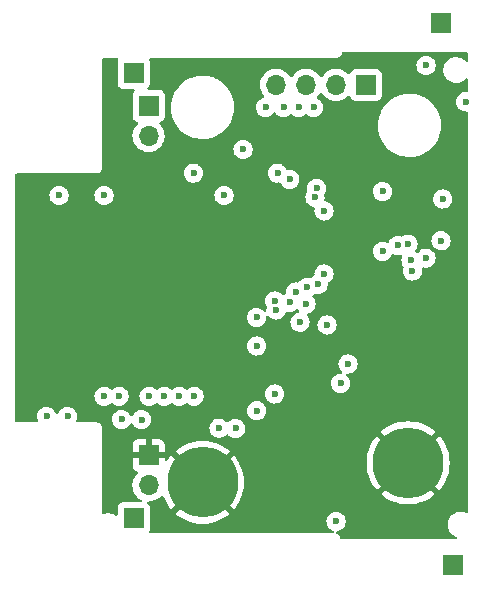
<source format=gbr>
%TF.GenerationSoftware,KiCad,Pcbnew,(6.0.0)*%
%TF.CreationDate,2022-03-11T17:00:34+01:00*%
%TF.ProjectId,CompactMotor,436f6d70-6163-4744-9d6f-746f722e6b69,rev?*%
%TF.SameCoordinates,Original*%
%TF.FileFunction,Copper,L2,Inr*%
%TF.FilePolarity,Positive*%
%FSLAX46Y46*%
G04 Gerber Fmt 4.6, Leading zero omitted, Abs format (unit mm)*
G04 Created by KiCad (PCBNEW (6.0.0)) date 2022-03-11 17:00:34*
%MOMM*%
%LPD*%
G01*
G04 APERTURE LIST*
%TA.AperFunction,ComponentPad*%
%ADD10C,6.000000*%
%TD*%
%TA.AperFunction,ComponentPad*%
%ADD11R,1.700000X1.700000*%
%TD*%
%TA.AperFunction,ComponentPad*%
%ADD12O,1.700000X1.700000*%
%TD*%
%TA.AperFunction,ViaPad*%
%ADD13C,0.600000*%
%TD*%
G04 APERTURE END LIST*
D10*
%TO.N,GNDREF*%
%TO.C, *%
X26416000Y-34798000D03*
%TD*%
%TO.N,GNDREF*%
%TO.C, *%
X9017000Y-36449000D03*
%TD*%
D11*
%TO.N,STALLPLUS*%
%TO.C,J8*%
X3175000Y-39497000D03*
%TD*%
%TO.N,RXD0*%
%TO.C,J2*%
X4445000Y-4567000D03*
D12*
%TO.N,TXD0*%
X4445000Y-7107000D03*
%TD*%
D11*
%TO.N,5V0*%
%TO.C,J7*%
X3175000Y-1778000D03*
%TD*%
%TO.N,STALLMINUS*%
%TO.C,J6*%
X30226000Y-43434000D03*
%TD*%
%TO.N,Net-(J1-Pad1)*%
%TO.C,J1*%
X22860000Y-2794000D03*
D12*
%TO.N,Net-(J1-Pad2)*%
X20320000Y-2794000D03*
%TO.N,Net-(J1-Pad3)*%
X17780000Y-2794000D03*
%TO.N,Net-(J1-Pad4)*%
X15240000Y-2794000D03*
%TD*%
D11*
%TO.N,5V0*%
%TO.C,J5*%
X29210000Y2413000D03*
%TD*%
%TO.N,GNDREF*%
%TO.C,J3*%
X4445000Y-34163000D03*
D12*
%TO.N,IO0*%
X4445000Y-36703000D03*
%TD*%
D13*
%TO.N,5V0*%
X19304000Y-18796000D03*
X15113000Y-28956000D03*
X29210000Y-15989000D03*
X29337000Y-12446000D03*
X20320000Y-39751000D03*
X27940000Y-1143000D03*
X27940000Y-17456000D03*
%TO.N,GNDREF*%
X1128000Y-23750000D03*
X-272000Y-21650000D03*
X13589000Y-26416000D03*
X428000Y-22350000D03*
X19304000Y-14732000D03*
X21360000Y-22150000D03*
X23610000Y-20650000D03*
X1828000Y-20250000D03*
X24360000Y-22150000D03*
X1828000Y-22350000D03*
X428000Y-20950000D03*
X21082000Y-16510000D03*
X1828000Y-23050000D03*
X2528000Y-20950000D03*
X1828000Y-23750000D03*
X1828000Y-21650000D03*
X3928000Y-20950000D03*
X23610000Y-22150000D03*
X3928000Y-23750000D03*
X24360000Y-19150000D03*
X20828000Y-10795000D03*
X-5669550Y-12065000D03*
X29210000Y-17526000D03*
X2528000Y-22350000D03*
X3228000Y-23750000D03*
X-272000Y-20250000D03*
X21360000Y-19900000D03*
X1828000Y-20950000D03*
X428000Y-23050000D03*
X22860000Y-20650000D03*
X-272000Y-20950000D03*
X3228000Y-20250000D03*
X18288000Y-40005000D03*
X22860000Y-21400000D03*
X428000Y-19550000D03*
X27686000Y-25260000D03*
X-5588000Y-30861000D03*
X23610000Y-19150000D03*
X15875000Y-24257000D03*
X3928000Y-20250000D03*
X2528000Y-23750000D03*
X3228000Y-19550000D03*
X15113000Y-11557000D03*
X21360000Y-21400000D03*
X2528000Y-21650000D03*
X2528000Y-23050000D03*
X1128000Y-23050000D03*
X20828000Y-30480000D03*
X-272000Y-19550000D03*
X29210000Y-19050000D03*
X27686000Y-26784000D03*
X24360000Y-21400000D03*
X428000Y-20250000D03*
X26289000Y-13335000D03*
X24360000Y-19900000D03*
X-272000Y-23050000D03*
X21360000Y-19150000D03*
X3928000Y-21650000D03*
X3228000Y-21650000D03*
X22110000Y-20650000D03*
X26289000Y-15240000D03*
X22110000Y-19900000D03*
X22110000Y-19150000D03*
X1128000Y-20250000D03*
X1128000Y-20950000D03*
X24360000Y-20650000D03*
X24892000Y-29402500D03*
X26416000Y-40005000D03*
X15875000Y-26924000D03*
X1128000Y-19550000D03*
X22860000Y-19900000D03*
X22860000Y-19150000D03*
X23610000Y-21400000D03*
X3228000Y-20950000D03*
X1828000Y-19550000D03*
X22860000Y-22150000D03*
X3228000Y-23050000D03*
X2528000Y-19550000D03*
X2528000Y-20250000D03*
X22110000Y-21400000D03*
X1128000Y-21650000D03*
X428000Y-21650000D03*
X428000Y-23750000D03*
X6223000Y-8255000D03*
X-272000Y-23750000D03*
X1128000Y-22350000D03*
X-272000Y-22350000D03*
X21360000Y-20650000D03*
X3928000Y-23050000D03*
X3228000Y-22350000D03*
X22110000Y-22150000D03*
X23610000Y-19900000D03*
X3928000Y-19550000D03*
X3928000Y-22350000D03*
X28702000Y-29464000D03*
%TO.N,3V3*%
X-4191000Y-30861000D03*
%TO.N,EN*%
X-2413000Y-30861000D03*
%TO.N,IO0*%
X2159000Y-31115000D03*
X10838000Y-12150000D03*
%TO.N,STALLPLUS*%
X5758000Y-29150000D03*
X10414000Y-31848500D03*
%TO.N,STALLMINUS*%
X11811000Y-31877000D03*
X7028000Y-29150000D03*
%TO.N,SCK*%
X16383000Y-21209000D03*
%TO.N,DIR*%
X18669000Y-11557000D03*
X18796000Y-19685000D03*
X16411500Y-10795000D03*
%TO.N,STEP*%
X18542000Y-12319000D03*
X17850015Y-19939000D03*
X15367000Y-10258500D03*
%TO.N,TMC_EN*%
X12446000Y-8255000D03*
X26785876Y-18542990D03*
X8255000Y-10258500D03*
%TO.N,CS*%
X15240000Y-21844000D03*
%TO.N,MISO*%
X16891004Y-20320000D03*
%TO.N,MOSI*%
X17780000Y-21336000D03*
%TO.N,DC0*%
X20701000Y-28067000D03*
X24257000Y-16891000D03*
X21336000Y-26416000D03*
X8298000Y-29150000D03*
X13610558Y-30374558D03*
%TO.N,DCEN_CFG4*%
X25527000Y-16383000D03*
%TO.N,DCIN_CFG5*%
X26416000Y-16256000D03*
%TO.N,DIAG0*%
X19304000Y-13462000D03*
X678000Y-29150000D03*
X24257000Y-11811000D03*
X15113000Y-21082000D03*
X13589000Y-22479000D03*
%TO.N,DIAG1*%
X26670000Y-17653000D03*
X19558000Y-23114000D03*
X1948000Y-29150000D03*
X17272000Y-22879500D03*
X13589000Y-24892000D03*
%TO.N,Net-(J1-Pad1)*%
X31280519Y-4229519D03*
%TO.N,VM*%
X18415000Y-4699000D03*
X17145000Y-4699000D03*
X15875000Y-4699000D03*
X14351000Y-4699000D03*
%TO.N,Net-(JP2-Pad2)*%
X4488000Y-29150000D03*
X3848393Y-31128129D03*
%TO.N,Net-(R7-Pad1)*%
X678000Y-12150000D03*
%TO.N,Net-(R8-Pad1)*%
X-3132000Y-12150000D03*
%TD*%
%TA.AperFunction,Conductor*%
%TO.N,GNDREF*%
G36*
X31438121Y-20002D02*
G01*
X31484614Y-73658D01*
X31496000Y-126000D01*
X31496000Y-700230D01*
X31475998Y-768351D01*
X31422342Y-814844D01*
X31352068Y-824948D01*
X31282869Y-791248D01*
X31159538Y-673184D01*
X31155208Y-669039D01*
X31019879Y-581658D01*
X30986394Y-560037D01*
X30986391Y-560036D01*
X30981357Y-556785D01*
X30789416Y-479430D01*
X30783535Y-478282D01*
X30783530Y-478280D01*
X30590756Y-440634D01*
X30590753Y-440634D01*
X30586310Y-439766D01*
X30580871Y-439500D01*
X30428296Y-439500D01*
X30273993Y-454222D01*
X30268239Y-455910D01*
X30081173Y-510789D01*
X30081171Y-510790D01*
X30075420Y-512477D01*
X30070087Y-515223D01*
X30070086Y-515224D01*
X29896775Y-604484D01*
X29896772Y-604486D01*
X29891444Y-607230D01*
X29728706Y-735063D01*
X29593076Y-891363D01*
X29489448Y-1070490D01*
X29421562Y-1265981D01*
X29420702Y-1271914D01*
X29420701Y-1271917D01*
X29396004Y-1442255D01*
X29391868Y-1470781D01*
X29401436Y-1677502D01*
X29402840Y-1683327D01*
X29402840Y-1683328D01*
X29448472Y-1872671D01*
X29449921Y-1878685D01*
X29452403Y-1884143D01*
X29452404Y-1884147D01*
X29474789Y-1933380D01*
X29535574Y-2067069D01*
X29655305Y-2235858D01*
X29659628Y-2239996D01*
X29659632Y-2240001D01*
X29753157Y-2329531D01*
X29804792Y-2378961D01*
X29809827Y-2382212D01*
X29973606Y-2487963D01*
X29973609Y-2487964D01*
X29978643Y-2491215D01*
X29984206Y-2493457D01*
X30008195Y-2503125D01*
X30170584Y-2568570D01*
X30176465Y-2569718D01*
X30176470Y-2569720D01*
X30369244Y-2607366D01*
X30369247Y-2607366D01*
X30373690Y-2608234D01*
X30379129Y-2608500D01*
X30531704Y-2608500D01*
X30686007Y-2593778D01*
X30691761Y-2592090D01*
X30878827Y-2537211D01*
X30878829Y-2537210D01*
X30884580Y-2535523D01*
X30889914Y-2532776D01*
X31063225Y-2443516D01*
X31063228Y-2443514D01*
X31068556Y-2440770D01*
X31231294Y-2312937D01*
X31253797Y-2287005D01*
X31274835Y-2262761D01*
X31334589Y-2224420D01*
X31405585Y-2224471D01*
X31465284Y-2262898D01*
X31494730Y-2327500D01*
X31496000Y-2345342D01*
X31496000Y-3299023D01*
X31475998Y-3367144D01*
X31422342Y-3413637D01*
X31355082Y-3424137D01*
X31286199Y-3415923D01*
X31279196Y-3416659D01*
X31279195Y-3416659D01*
X31112807Y-3434147D01*
X31112805Y-3434148D01*
X31105807Y-3434883D01*
X30934098Y-3493337D01*
X30928094Y-3497031D01*
X30785614Y-3584685D01*
X30785611Y-3584687D01*
X30779607Y-3588381D01*
X30774572Y-3593312D01*
X30774569Y-3593314D01*
X30655044Y-3710362D01*
X30650012Y-3715290D01*
X30551754Y-3867757D01*
X30549345Y-3874377D01*
X30549343Y-3874380D01*
X30500978Y-4007261D01*
X30489716Y-4038204D01*
X30466982Y-4218159D01*
X30484682Y-4398679D01*
X30541937Y-4570792D01*
X30545584Y-4576814D01*
X30545585Y-4576816D01*
X30631872Y-4719293D01*
X30635899Y-4725943D01*
X30640788Y-4731006D01*
X30640789Y-4731007D01*
X30658812Y-4749670D01*
X30761901Y-4856421D01*
X30913678Y-4955741D01*
X30920282Y-4958197D01*
X30920284Y-4958198D01*
X31077077Y-5016509D01*
X31077079Y-5016509D01*
X31083687Y-5018967D01*
X31167514Y-5030152D01*
X31256499Y-5042026D01*
X31256503Y-5042026D01*
X31263480Y-5042957D01*
X31270491Y-5042319D01*
X31270495Y-5042319D01*
X31358580Y-5034302D01*
X31428233Y-5048047D01*
X31479398Y-5097268D01*
X31496000Y-5159783D01*
X31496000Y-38905018D01*
X31475998Y-38973139D01*
X31422342Y-39019632D01*
X31352068Y-39029736D01*
X31322904Y-39021885D01*
X31170416Y-38960430D01*
X31164535Y-38959282D01*
X31164530Y-38959280D01*
X30971756Y-38921634D01*
X30971753Y-38921634D01*
X30967310Y-38920766D01*
X30961871Y-38920500D01*
X30809296Y-38920500D01*
X30654993Y-38935222D01*
X30649239Y-38936910D01*
X30462173Y-38991789D01*
X30462171Y-38991790D01*
X30456420Y-38993477D01*
X30451087Y-38996223D01*
X30451086Y-38996224D01*
X30277775Y-39085484D01*
X30277772Y-39085486D01*
X30272444Y-39088230D01*
X30109706Y-39216063D01*
X30105775Y-39220593D01*
X30105774Y-39220594D01*
X30088390Y-39240627D01*
X29974076Y-39372363D01*
X29870448Y-39551490D01*
X29802562Y-39746981D01*
X29801702Y-39752914D01*
X29801701Y-39752917D01*
X29774278Y-39942055D01*
X29772868Y-39951781D01*
X29782436Y-40158502D01*
X29783840Y-40164327D01*
X29783840Y-40164328D01*
X29811438Y-40278841D01*
X29830921Y-40359685D01*
X29833403Y-40365143D01*
X29833404Y-40365147D01*
X29848583Y-40398531D01*
X29916574Y-40548069D01*
X30036305Y-40716858D01*
X30040628Y-40720996D01*
X30040632Y-40721001D01*
X30132669Y-40809107D01*
X30185792Y-40859961D01*
X30190827Y-40863212D01*
X30354606Y-40968963D01*
X30354609Y-40968964D01*
X30359643Y-40972215D01*
X30365206Y-40974457D01*
X30508320Y-41032134D01*
X30564026Y-41076149D01*
X30587092Y-41143295D01*
X30570195Y-41212251D01*
X30518699Y-41261126D01*
X30461221Y-41275000D01*
X20816417Y-41275000D01*
X20748296Y-41254998D01*
X20701803Y-41201342D01*
X20695268Y-41183627D01*
X20693361Y-41176955D01*
X20689783Y-41160191D01*
X20686870Y-41139848D01*
X20686867Y-41139838D01*
X20685595Y-41130955D01*
X20674979Y-41107605D01*
X20668536Y-41090093D01*
X20663954Y-41074063D01*
X20661488Y-41065435D01*
X20645726Y-41040452D01*
X20637596Y-41025386D01*
X20625367Y-40998490D01*
X20608626Y-40979061D01*
X20597521Y-40964053D01*
X20588630Y-40949961D01*
X20583840Y-40942369D01*
X20561703Y-40922818D01*
X20549659Y-40910626D01*
X20536239Y-40895051D01*
X20536237Y-40895050D01*
X20530381Y-40888253D01*
X20522853Y-40883374D01*
X20522850Y-40883371D01*
X20508861Y-40874304D01*
X20493987Y-40863014D01*
X20481502Y-40851988D01*
X20474772Y-40846044D01*
X20466646Y-40842229D01*
X20466645Y-40842228D01*
X20460979Y-40839568D01*
X20448034Y-40833490D01*
X20433065Y-40825176D01*
X20408273Y-40809107D01*
X20383709Y-40801761D01*
X20366287Y-40795109D01*
X20365002Y-40794506D01*
X20311830Y-40747460D01*
X20292535Y-40679136D01*
X20313241Y-40611226D01*
X20367375Y-40565291D01*
X20407107Y-40554960D01*
X20476579Y-40548637D01*
X20483600Y-40547998D01*
X20490302Y-40545820D01*
X20490304Y-40545820D01*
X20649409Y-40494124D01*
X20649412Y-40494123D01*
X20656108Y-40491947D01*
X20811912Y-40399069D01*
X20943266Y-40273982D01*
X21043643Y-40122902D01*
X21108055Y-39953338D01*
X21109641Y-39942055D01*
X21132748Y-39777639D01*
X21132748Y-39777636D01*
X21133299Y-39773717D01*
X21133616Y-39751000D01*
X21113397Y-39570745D01*
X21111080Y-39564091D01*
X21056064Y-39406106D01*
X21056062Y-39406103D01*
X21053745Y-39399448D01*
X20957626Y-39245624D01*
X20928271Y-39216063D01*
X20834778Y-39121915D01*
X20834774Y-39121912D01*
X20829815Y-39116918D01*
X20818697Y-39109862D01*
X20746287Y-39063910D01*
X20676666Y-39019727D01*
X20610662Y-38996224D01*
X20512425Y-38961243D01*
X20512420Y-38961242D01*
X20505790Y-38958881D01*
X20498802Y-38958048D01*
X20498799Y-38958047D01*
X20375698Y-38943368D01*
X20325680Y-38937404D01*
X20318677Y-38938140D01*
X20318676Y-38938140D01*
X20152288Y-38955628D01*
X20152286Y-38955629D01*
X20145288Y-38956364D01*
X19973579Y-39014818D01*
X19920351Y-39047564D01*
X19825095Y-39106166D01*
X19825092Y-39106168D01*
X19819088Y-39109862D01*
X19814053Y-39114793D01*
X19814050Y-39114795D01*
X19710639Y-39216063D01*
X19689493Y-39236771D01*
X19591235Y-39389238D01*
X19588826Y-39395858D01*
X19588824Y-39395861D01*
X19553584Y-39492683D01*
X19529197Y-39559685D01*
X19506463Y-39739640D01*
X19524163Y-39920160D01*
X19581418Y-40092273D01*
X19585065Y-40098295D01*
X19585066Y-40098297D01*
X19625056Y-40164328D01*
X19675380Y-40247424D01*
X19801382Y-40377902D01*
X19953159Y-40477222D01*
X19959763Y-40479678D01*
X19959765Y-40479679D01*
X20075991Y-40522903D01*
X20132867Y-40565395D01*
X20157741Y-40631892D01*
X20142716Y-40701280D01*
X20092561Y-40751530D01*
X20032071Y-40767000D01*
X4591919Y-40767000D01*
X4523798Y-40746998D01*
X4477305Y-40693342D01*
X4467201Y-40623068D01*
X4476839Y-40594164D01*
X4475615Y-40593705D01*
X4495580Y-40540448D01*
X4526745Y-40457316D01*
X4533500Y-40395134D01*
X4533500Y-39104186D01*
X6726960Y-39104186D01*
X6734418Y-39114554D01*
X6949662Y-39288854D01*
X6954984Y-39292721D01*
X7257823Y-39489387D01*
X7263532Y-39492683D01*
X7585275Y-39656620D01*
X7591286Y-39659296D01*
X7928395Y-39788700D01*
X7934672Y-39790740D01*
X8283463Y-39884198D01*
X8289901Y-39885567D01*
X8646560Y-39942055D01*
X8653104Y-39942743D01*
X9013699Y-39961641D01*
X9020301Y-39961641D01*
X9380896Y-39942743D01*
X9387440Y-39942055D01*
X9744099Y-39885567D01*
X9750537Y-39884198D01*
X10099328Y-39790740D01*
X10105605Y-39788700D01*
X10442714Y-39659296D01*
X10448725Y-39656620D01*
X10770468Y-39492683D01*
X10776177Y-39489387D01*
X11079016Y-39292721D01*
X11084338Y-39288854D01*
X11298634Y-39115322D01*
X11307100Y-39103067D01*
X11300766Y-39091976D01*
X9029812Y-36821022D01*
X9015868Y-36813408D01*
X9014035Y-36813539D01*
X9007420Y-36817790D01*
X6734100Y-39091110D01*
X6726960Y-39104186D01*
X4533500Y-39104186D01*
X4533500Y-38598866D01*
X4526745Y-38536684D01*
X4475615Y-38400295D01*
X4388261Y-38283739D01*
X4381265Y-38278495D01*
X4347294Y-38216285D01*
X4352359Y-38145470D01*
X4394906Y-38088634D01*
X4461426Y-38063823D01*
X4475031Y-38063587D01*
X4501672Y-38064564D01*
X4501677Y-38064564D01*
X4506837Y-38064753D01*
X4511957Y-38064097D01*
X4511959Y-38064097D01*
X4723288Y-38037025D01*
X4723289Y-38037025D01*
X4728416Y-38036368D01*
X4765861Y-38025134D01*
X4937429Y-37973661D01*
X4937434Y-37973659D01*
X4942384Y-37972174D01*
X5142994Y-37873896D01*
X5324860Y-37744173D01*
X5483096Y-37586489D01*
X5486112Y-37582291D01*
X5489465Y-37578352D01*
X5490456Y-37579195D01*
X5541632Y-37539301D01*
X5612335Y-37532852D01*
X5675301Y-37565653D01*
X5705595Y-37611318D01*
X5806704Y-37874714D01*
X5809380Y-37880725D01*
X5973317Y-38202468D01*
X5976611Y-38208174D01*
X6173279Y-38511016D01*
X6177146Y-38516338D01*
X6350678Y-38730634D01*
X6362933Y-38739100D01*
X6374024Y-38732766D01*
X8644978Y-36461812D01*
X8651356Y-36450132D01*
X9381408Y-36450132D01*
X9381539Y-36451965D01*
X9385790Y-36458580D01*
X11659110Y-38731900D01*
X11672186Y-38739040D01*
X11682554Y-38731582D01*
X11856854Y-38516338D01*
X11860721Y-38511016D01*
X12057389Y-38208174D01*
X12060683Y-38202468D01*
X12224620Y-37880725D01*
X12227296Y-37874714D01*
X12356700Y-37537605D01*
X12358740Y-37531328D01*
X12379678Y-37453186D01*
X24125960Y-37453186D01*
X24133418Y-37463554D01*
X24348662Y-37637854D01*
X24353984Y-37641721D01*
X24656823Y-37838387D01*
X24662532Y-37841683D01*
X24984275Y-38005620D01*
X24990286Y-38008296D01*
X25327395Y-38137700D01*
X25333672Y-38139740D01*
X25682463Y-38233198D01*
X25688901Y-38234567D01*
X26045560Y-38291055D01*
X26052104Y-38291743D01*
X26412699Y-38310641D01*
X26419301Y-38310641D01*
X26779896Y-38291743D01*
X26786440Y-38291055D01*
X27143099Y-38234567D01*
X27149537Y-38233198D01*
X27498328Y-38139740D01*
X27504605Y-38137700D01*
X27841714Y-38008296D01*
X27847725Y-38005620D01*
X28169468Y-37841683D01*
X28175177Y-37838387D01*
X28478016Y-37641721D01*
X28483338Y-37637854D01*
X28697634Y-37464322D01*
X28706100Y-37452067D01*
X28699766Y-37440976D01*
X26428812Y-35170022D01*
X26414868Y-35162408D01*
X26413035Y-35162539D01*
X26406420Y-35166790D01*
X24133100Y-37440110D01*
X24125960Y-37453186D01*
X12379678Y-37453186D01*
X12452198Y-37182537D01*
X12453567Y-37176099D01*
X12510055Y-36819440D01*
X12510743Y-36812896D01*
X12529641Y-36452301D01*
X12529641Y-36445699D01*
X12510743Y-36085104D01*
X12510055Y-36078560D01*
X12453567Y-35721901D01*
X12452198Y-35715463D01*
X12358740Y-35366672D01*
X12356700Y-35360395D01*
X12227296Y-35023286D01*
X12224620Y-35017275D01*
X12114575Y-34801301D01*
X22903359Y-34801301D01*
X22922257Y-35161896D01*
X22922945Y-35168440D01*
X22979433Y-35525099D01*
X22980802Y-35531537D01*
X23074260Y-35880328D01*
X23076300Y-35886605D01*
X23205704Y-36223714D01*
X23208380Y-36229725D01*
X23372317Y-36551468D01*
X23375613Y-36557177D01*
X23572279Y-36860016D01*
X23576146Y-36865338D01*
X23749678Y-37079634D01*
X23761933Y-37088100D01*
X23773024Y-37081766D01*
X26043978Y-34810812D01*
X26050356Y-34799132D01*
X26780408Y-34799132D01*
X26780539Y-34800965D01*
X26784790Y-34807580D01*
X29058110Y-37080900D01*
X29071186Y-37088040D01*
X29081554Y-37080582D01*
X29255854Y-36865338D01*
X29259721Y-36860016D01*
X29456387Y-36557177D01*
X29459683Y-36551468D01*
X29623620Y-36229725D01*
X29626296Y-36223714D01*
X29755700Y-35886605D01*
X29757740Y-35880328D01*
X29851198Y-35531537D01*
X29852567Y-35525099D01*
X29909055Y-35168440D01*
X29909743Y-35161896D01*
X29928641Y-34801301D01*
X29928641Y-34794699D01*
X29909743Y-34434104D01*
X29909055Y-34427560D01*
X29852567Y-34070901D01*
X29851198Y-34064463D01*
X29757740Y-33715672D01*
X29755700Y-33709395D01*
X29626296Y-33372286D01*
X29623620Y-33366275D01*
X29459683Y-33044532D01*
X29456387Y-33038823D01*
X29259721Y-32735984D01*
X29255854Y-32730662D01*
X29082322Y-32516366D01*
X29070067Y-32507900D01*
X29058976Y-32514234D01*
X26788022Y-34785188D01*
X26780408Y-34799132D01*
X26050356Y-34799132D01*
X26051592Y-34796868D01*
X26051461Y-34795035D01*
X26047210Y-34788420D01*
X23773890Y-32515100D01*
X23760814Y-32507960D01*
X23750446Y-32515418D01*
X23576146Y-32730662D01*
X23572279Y-32735984D01*
X23375613Y-33038823D01*
X23372317Y-33044532D01*
X23208380Y-33366275D01*
X23205704Y-33372286D01*
X23076300Y-33709395D01*
X23074260Y-33715672D01*
X22980802Y-34064463D01*
X22979433Y-34070901D01*
X22922945Y-34427560D01*
X22922257Y-34434104D01*
X22903359Y-34794699D01*
X22903359Y-34801301D01*
X12114575Y-34801301D01*
X12060683Y-34695532D01*
X12057387Y-34689823D01*
X11860721Y-34386984D01*
X11856854Y-34381662D01*
X11683322Y-34167366D01*
X11671067Y-34158900D01*
X11659976Y-34165234D01*
X9389022Y-36436188D01*
X9381408Y-36450132D01*
X8651356Y-36450132D01*
X8652592Y-36447868D01*
X8652461Y-36446035D01*
X8648210Y-36439420D01*
X6374890Y-34166100D01*
X6361814Y-34158960D01*
X6351446Y-34166418D01*
X6177146Y-34381662D01*
X6173279Y-34386984D01*
X6034672Y-34600420D01*
X5980796Y-34646656D01*
X5910475Y-34656426D01*
X5846035Y-34626626D01*
X5807936Y-34566717D01*
X5803000Y-34531795D01*
X5803000Y-34435115D01*
X5798525Y-34419876D01*
X5797135Y-34418671D01*
X5789452Y-34417000D01*
X3105116Y-34417000D01*
X3089877Y-34421475D01*
X3088672Y-34422865D01*
X3087001Y-34430548D01*
X3087001Y-35057669D01*
X3087371Y-35064490D01*
X3092895Y-35115352D01*
X3096521Y-35130604D01*
X3141676Y-35251054D01*
X3150214Y-35266649D01*
X3226715Y-35368724D01*
X3239276Y-35381285D01*
X3341351Y-35457786D01*
X3356946Y-35466324D01*
X3465827Y-35507142D01*
X3522591Y-35549784D01*
X3547291Y-35616345D01*
X3532083Y-35685694D01*
X3512691Y-35712175D01*
X3389200Y-35841401D01*
X3385629Y-35845138D01*
X3259743Y-36029680D01*
X3237788Y-36076978D01*
X3169676Y-36223714D01*
X3165688Y-36232305D01*
X3105989Y-36447570D01*
X3082251Y-36669695D01*
X3095110Y-36892715D01*
X3096247Y-36897761D01*
X3096248Y-36897767D01*
X3117275Y-36991069D01*
X3144222Y-37110639D01*
X3228266Y-37317616D01*
X3230965Y-37322020D01*
X3317697Y-37463554D01*
X3344987Y-37508088D01*
X3491250Y-37676938D01*
X3663126Y-37819632D01*
X3700862Y-37841683D01*
X3807012Y-37903712D01*
X3855736Y-37955351D01*
X3868807Y-38025134D01*
X3842076Y-38090905D01*
X3784029Y-38131784D01*
X3743442Y-38138500D01*
X2276866Y-38138500D01*
X2214684Y-38145255D01*
X2078295Y-38196385D01*
X1961739Y-38283739D01*
X1874385Y-38400295D01*
X1823255Y-38536684D01*
X1816500Y-38598866D01*
X1816500Y-39126598D01*
X1796498Y-39194719D01*
X1742842Y-39241212D01*
X1672568Y-39251316D01*
X1622153Y-39232450D01*
X1522399Y-39168040D01*
X1522394Y-39168038D01*
X1517357Y-39164785D01*
X1325416Y-39087430D01*
X1319535Y-39086282D01*
X1319530Y-39086280D01*
X1126756Y-39048634D01*
X1126753Y-39048634D01*
X1122310Y-39047766D01*
X1116871Y-39047500D01*
X964296Y-39047500D01*
X809993Y-39062222D01*
X804239Y-39063910D01*
X730700Y-39085484D01*
X669470Y-39103447D01*
X598473Y-39103430D01*
X538756Y-39065032D01*
X509278Y-39000444D01*
X508000Y-38982542D01*
X508000Y-33890885D01*
X3087000Y-33890885D01*
X3091475Y-33906124D01*
X3092865Y-33907329D01*
X3100548Y-33909000D01*
X4172885Y-33909000D01*
X4188124Y-33904525D01*
X4189329Y-33903135D01*
X4191000Y-33895452D01*
X4191000Y-33890885D01*
X4699000Y-33890885D01*
X4703475Y-33906124D01*
X4704865Y-33907329D01*
X4712548Y-33909000D01*
X5784884Y-33909000D01*
X5800123Y-33904525D01*
X5801328Y-33903135D01*
X5802999Y-33895452D01*
X5802999Y-33794933D01*
X6726900Y-33794933D01*
X6733234Y-33806024D01*
X9004188Y-36076978D01*
X9018132Y-36084592D01*
X9019965Y-36084461D01*
X9026580Y-36080210D01*
X11299900Y-33806890D01*
X11307040Y-33793814D01*
X11299582Y-33783446D01*
X11084338Y-33609146D01*
X11079016Y-33605279D01*
X10776177Y-33408613D01*
X10770468Y-33405317D01*
X10448725Y-33241380D01*
X10442714Y-33238704D01*
X10105605Y-33109300D01*
X10099328Y-33107260D01*
X9750537Y-33013802D01*
X9744099Y-33012433D01*
X9387440Y-32955945D01*
X9380896Y-32955257D01*
X9020301Y-32936359D01*
X9013699Y-32936359D01*
X8653104Y-32955257D01*
X8646560Y-32955945D01*
X8289901Y-33012433D01*
X8283463Y-33013802D01*
X7934672Y-33107260D01*
X7928395Y-33109300D01*
X7591286Y-33238704D01*
X7585275Y-33241380D01*
X7263532Y-33405317D01*
X7257823Y-33408613D01*
X6954984Y-33605279D01*
X6949662Y-33609146D01*
X6735366Y-33782678D01*
X6726900Y-33794933D01*
X5802999Y-33794933D01*
X5802999Y-33268331D01*
X5802629Y-33261510D01*
X5797105Y-33210648D01*
X5793479Y-33195396D01*
X5748324Y-33074946D01*
X5739786Y-33059351D01*
X5663285Y-32957276D01*
X5650724Y-32944715D01*
X5548649Y-32868214D01*
X5533054Y-32859676D01*
X5412606Y-32814522D01*
X5397351Y-32810895D01*
X5346486Y-32805369D01*
X5339672Y-32805000D01*
X4717115Y-32805000D01*
X4701876Y-32809475D01*
X4700671Y-32810865D01*
X4699000Y-32818548D01*
X4699000Y-33890885D01*
X4191000Y-33890885D01*
X4191000Y-32823116D01*
X4186525Y-32807877D01*
X4185135Y-32806672D01*
X4177452Y-32805001D01*
X3550331Y-32805001D01*
X3543510Y-32805371D01*
X3492648Y-32810895D01*
X3477396Y-32814521D01*
X3356946Y-32859676D01*
X3341351Y-32868214D01*
X3239276Y-32944715D01*
X3226715Y-32957276D01*
X3150214Y-33059351D01*
X3141676Y-33074946D01*
X3096522Y-33195394D01*
X3092895Y-33210649D01*
X3087369Y-33261514D01*
X3087000Y-33268328D01*
X3087000Y-33890885D01*
X508000Y-33890885D01*
X508000Y-31885702D01*
X508002Y-31884932D01*
X508050Y-31877000D01*
X508476Y-31807348D01*
X506010Y-31798719D01*
X506009Y-31798714D01*
X500361Y-31778952D01*
X496783Y-31762191D01*
X493870Y-31741848D01*
X493867Y-31741838D01*
X492595Y-31732955D01*
X481979Y-31709605D01*
X475536Y-31692093D01*
X470954Y-31676063D01*
X468488Y-31667435D01*
X452726Y-31642452D01*
X444596Y-31627386D01*
X432367Y-31600490D01*
X415626Y-31581061D01*
X404521Y-31566053D01*
X395630Y-31551961D01*
X390840Y-31544369D01*
X368703Y-31524818D01*
X356659Y-31512626D01*
X343239Y-31497051D01*
X343237Y-31497050D01*
X337381Y-31490253D01*
X329853Y-31485374D01*
X329850Y-31485371D01*
X315861Y-31476304D01*
X300987Y-31465014D01*
X293385Y-31458300D01*
X281772Y-31448044D01*
X273646Y-31444229D01*
X273645Y-31444228D01*
X267979Y-31441568D01*
X255034Y-31435490D01*
X240065Y-31427176D01*
X215273Y-31411107D01*
X190709Y-31403761D01*
X173264Y-31397099D01*
X150052Y-31386201D01*
X120870Y-31381657D01*
X104151Y-31377874D01*
X84464Y-31371986D01*
X84461Y-31371985D01*
X75859Y-31369413D01*
X66884Y-31369358D01*
X66883Y-31369358D01*
X60190Y-31369317D01*
X41444Y-31369203D01*
X40672Y-31369170D01*
X39577Y-31369000D01*
X8702Y-31369000D01*
X7932Y-31368998D01*
X-65716Y-31368548D01*
X-65717Y-31368548D01*
X-69652Y-31368524D01*
X-70996Y-31368908D01*
X-72341Y-31369000D01*
X-1558408Y-31369000D01*
X-1626529Y-31348998D01*
X-1673022Y-31295342D01*
X-1683126Y-31225068D01*
X-1676196Y-31198256D01*
X-1640254Y-31103640D01*
X1345463Y-31103640D01*
X1363163Y-31284160D01*
X1420418Y-31456273D01*
X1424065Y-31462295D01*
X1424066Y-31462297D01*
X1503642Y-31593693D01*
X1514380Y-31611424D01*
X1519269Y-31616487D01*
X1519270Y-31616488D01*
X1576802Y-31676063D01*
X1640382Y-31741902D01*
X1792159Y-31841222D01*
X1798763Y-31843678D01*
X1798765Y-31843679D01*
X1955558Y-31901990D01*
X1955560Y-31901990D01*
X1962168Y-31904448D01*
X2042142Y-31915119D01*
X2134980Y-31927507D01*
X2134984Y-31927507D01*
X2141961Y-31928438D01*
X2148972Y-31927800D01*
X2148976Y-31927800D01*
X2291459Y-31914832D01*
X2322600Y-31911998D01*
X2329302Y-31909820D01*
X2329304Y-31909820D01*
X2488409Y-31858124D01*
X2488412Y-31858123D01*
X2495108Y-31855947D01*
X2591513Y-31798478D01*
X2644860Y-31766677D01*
X2644862Y-31766676D01*
X2650912Y-31763069D01*
X2782266Y-31637982D01*
X2882643Y-31486902D01*
X2885146Y-31480314D01*
X2888365Y-31474050D01*
X2891170Y-31475492D01*
X2925738Y-31429996D01*
X2992434Y-31405662D01*
X3061699Y-31421249D01*
X3109408Y-31469646D01*
X3109811Y-31469402D01*
X3112807Y-31474349D01*
X3198889Y-31616488D01*
X3203773Y-31624553D01*
X3208662Y-31629616D01*
X3208663Y-31629617D01*
X3237858Y-31659849D01*
X3329775Y-31755031D01*
X3347572Y-31766677D01*
X3461489Y-31841222D01*
X3481552Y-31854351D01*
X3488156Y-31856807D01*
X3488158Y-31856808D01*
X3644951Y-31915119D01*
X3644953Y-31915119D01*
X3651561Y-31917577D01*
X3732959Y-31928438D01*
X3824373Y-31940636D01*
X3824377Y-31940636D01*
X3831354Y-31941567D01*
X3838365Y-31940929D01*
X3838369Y-31940929D01*
X3985842Y-31927507D01*
X4011993Y-31925127D01*
X4018695Y-31922949D01*
X4018697Y-31922949D01*
X4177802Y-31871253D01*
X4177805Y-31871252D01*
X4184501Y-31869076D01*
X4238074Y-31837140D01*
X9600463Y-31837140D01*
X9618163Y-32017660D01*
X9675418Y-32189773D01*
X9679065Y-32195795D01*
X9679066Y-32195797D01*
X9755593Y-32322158D01*
X9769380Y-32344924D01*
X9774269Y-32349987D01*
X9774270Y-32349988D01*
X9851121Y-32429568D01*
X9895382Y-32475402D01*
X10047159Y-32574722D01*
X10053763Y-32577178D01*
X10053765Y-32577179D01*
X10210558Y-32635490D01*
X10210560Y-32635490D01*
X10217168Y-32637948D01*
X10300995Y-32649133D01*
X10389980Y-32661007D01*
X10389984Y-32661007D01*
X10396961Y-32661938D01*
X10403972Y-32661300D01*
X10403976Y-32661300D01*
X10546459Y-32648332D01*
X10577600Y-32645498D01*
X10584302Y-32643320D01*
X10584304Y-32643320D01*
X10743409Y-32591624D01*
X10743412Y-32591623D01*
X10750108Y-32589447D01*
X10866252Y-32520211D01*
X10899860Y-32500177D01*
X10899862Y-32500176D01*
X10905912Y-32496569D01*
X11002236Y-32404841D01*
X11012939Y-32394649D01*
X11076064Y-32362157D01*
X11146735Y-32368950D01*
X11190467Y-32398368D01*
X11287483Y-32498830D01*
X11287488Y-32498834D01*
X11292382Y-32503902D01*
X11311429Y-32516366D01*
X11423109Y-32589447D01*
X11444159Y-32603222D01*
X11450763Y-32605678D01*
X11450765Y-32605679D01*
X11607558Y-32663990D01*
X11607560Y-32663990D01*
X11614168Y-32666448D01*
X11697995Y-32677633D01*
X11786980Y-32689507D01*
X11786984Y-32689507D01*
X11793961Y-32690438D01*
X11800972Y-32689800D01*
X11800976Y-32689800D01*
X11943459Y-32676832D01*
X11974600Y-32673998D01*
X11981302Y-32671820D01*
X11981304Y-32671820D01*
X12140409Y-32620124D01*
X12140412Y-32620123D01*
X12147108Y-32617947D01*
X12302912Y-32525069D01*
X12434266Y-32399982D01*
X12534643Y-32248902D01*
X12574517Y-32143933D01*
X24125900Y-32143933D01*
X24132234Y-32155024D01*
X26403188Y-34425978D01*
X26417132Y-34433592D01*
X26418965Y-34433461D01*
X26425580Y-34429210D01*
X28698900Y-32155890D01*
X28706040Y-32142814D01*
X28698582Y-32132446D01*
X28483338Y-31958146D01*
X28478016Y-31954279D01*
X28175177Y-31757613D01*
X28169468Y-31754317D01*
X27847725Y-31590380D01*
X27841714Y-31587704D01*
X27504605Y-31458300D01*
X27498328Y-31456260D01*
X27149537Y-31362802D01*
X27143099Y-31361433D01*
X26786440Y-31304945D01*
X26779896Y-31304257D01*
X26419301Y-31285359D01*
X26412699Y-31285359D01*
X26052104Y-31304257D01*
X26045560Y-31304945D01*
X25688901Y-31361433D01*
X25682463Y-31362802D01*
X25333672Y-31456260D01*
X25327395Y-31458300D01*
X24990286Y-31587704D01*
X24984275Y-31590380D01*
X24662532Y-31754317D01*
X24656823Y-31757613D01*
X24353984Y-31954279D01*
X24348662Y-31958146D01*
X24134366Y-32131678D01*
X24125900Y-32143933D01*
X12574517Y-32143933D01*
X12599055Y-32079338D01*
X12612551Y-31983309D01*
X12623748Y-31903639D01*
X12623748Y-31903636D01*
X12624299Y-31899717D01*
X12624616Y-31877000D01*
X12604397Y-31696745D01*
X12593055Y-31664175D01*
X12547064Y-31532106D01*
X12547062Y-31532103D01*
X12544745Y-31525448D01*
X12479635Y-31421249D01*
X12452359Y-31377598D01*
X12448626Y-31371624D01*
X12439953Y-31362890D01*
X12325778Y-31247915D01*
X12325774Y-31247912D01*
X12320815Y-31242918D01*
X12309697Y-31235862D01*
X12256770Y-31202274D01*
X12167666Y-31145727D01*
X12107186Y-31124191D01*
X12003425Y-31087243D01*
X12003420Y-31087242D01*
X11996790Y-31084881D01*
X11989802Y-31084048D01*
X11989799Y-31084047D01*
X11866698Y-31069368D01*
X11816680Y-31063404D01*
X11809677Y-31064140D01*
X11809676Y-31064140D01*
X11643288Y-31081628D01*
X11643286Y-31081629D01*
X11636288Y-31082364D01*
X11464579Y-31140818D01*
X11458575Y-31144512D01*
X11316095Y-31232166D01*
X11316092Y-31232168D01*
X11310088Y-31235862D01*
X11305053Y-31240793D01*
X11305050Y-31240795D01*
X11267925Y-31277151D01*
X11214629Y-31329343D01*
X11214449Y-31329519D01*
X11151784Y-31362890D01*
X11081025Y-31357084D01*
X11036885Y-31328280D01*
X10928778Y-31219415D01*
X10928774Y-31219412D01*
X10923815Y-31214418D01*
X10912697Y-31207362D01*
X10823641Y-31150846D01*
X10770666Y-31117227D01*
X10732509Y-31103640D01*
X10606425Y-31058743D01*
X10606420Y-31058742D01*
X10599790Y-31056381D01*
X10592802Y-31055548D01*
X10592799Y-31055547D01*
X10468555Y-31040732D01*
X10419680Y-31034904D01*
X10412677Y-31035640D01*
X10412676Y-31035640D01*
X10246288Y-31053128D01*
X10246286Y-31053129D01*
X10239288Y-31053864D01*
X10067579Y-31112318D01*
X10059600Y-31117227D01*
X9919095Y-31203666D01*
X9919092Y-31203668D01*
X9913088Y-31207362D01*
X9908053Y-31212293D01*
X9908050Y-31212295D01*
X9788525Y-31329343D01*
X9783493Y-31334271D01*
X9685235Y-31486738D01*
X9682826Y-31493358D01*
X9682824Y-31493361D01*
X9637266Y-31618530D01*
X9623197Y-31657185D01*
X9600463Y-31837140D01*
X4238074Y-31837140D01*
X4280906Y-31811607D01*
X4334253Y-31779806D01*
X4334255Y-31779805D01*
X4340305Y-31776198D01*
X4471659Y-31651111D01*
X4572036Y-31500031D01*
X4621675Y-31369358D01*
X4633948Y-31337049D01*
X4633949Y-31337047D01*
X4636448Y-31330467D01*
X4641111Y-31297289D01*
X4661141Y-31154768D01*
X4661141Y-31154765D01*
X4661692Y-31150846D01*
X4662009Y-31128129D01*
X4641790Y-30947874D01*
X4639473Y-30941220D01*
X4584457Y-30783235D01*
X4584455Y-30783232D01*
X4582138Y-30776577D01*
X4486019Y-30622753D01*
X4476373Y-30613039D01*
X4363171Y-30499044D01*
X4363167Y-30499041D01*
X4358208Y-30494047D01*
X4347090Y-30486991D01*
X4211899Y-30401197D01*
X4205059Y-30396856D01*
X4161547Y-30381362D01*
X4110537Y-30363198D01*
X12797021Y-30363198D01*
X12814721Y-30543718D01*
X12871976Y-30715831D01*
X12875623Y-30721853D01*
X12875624Y-30721855D01*
X12959893Y-30861000D01*
X12965938Y-30870982D01*
X12970827Y-30876045D01*
X12970828Y-30876046D01*
X13040192Y-30947874D01*
X13091940Y-31001460D01*
X13151954Y-31040732D01*
X13237400Y-31096646D01*
X13243717Y-31100780D01*
X13250321Y-31103236D01*
X13250323Y-31103237D01*
X13407116Y-31161548D01*
X13407118Y-31161548D01*
X13413726Y-31164006D01*
X13497553Y-31175191D01*
X13586538Y-31187065D01*
X13586542Y-31187065D01*
X13593519Y-31187996D01*
X13600530Y-31187358D01*
X13600534Y-31187358D01*
X13743017Y-31174390D01*
X13774158Y-31171556D01*
X13780860Y-31169378D01*
X13780862Y-31169378D01*
X13939967Y-31117682D01*
X13939970Y-31117681D01*
X13946666Y-31115505D01*
X14051304Y-31053128D01*
X14096418Y-31026235D01*
X14096420Y-31026234D01*
X14102470Y-31022627D01*
X14233824Y-30897540D01*
X14334201Y-30746460D01*
X14384556Y-30613900D01*
X14396113Y-30583478D01*
X14396114Y-30583476D01*
X14398613Y-30576896D01*
X14399593Y-30569924D01*
X14423306Y-30401197D01*
X14423306Y-30401194D01*
X14423857Y-30397275D01*
X14424174Y-30374558D01*
X14403955Y-30194303D01*
X14401638Y-30187649D01*
X14346622Y-30029664D01*
X14346620Y-30029661D01*
X14344303Y-30023006D01*
X14307081Y-29963438D01*
X14251917Y-29875156D01*
X14248184Y-29869182D01*
X14234499Y-29855401D01*
X14125336Y-29745473D01*
X14125332Y-29745470D01*
X14120373Y-29740476D01*
X14109255Y-29733420D01*
X14046098Y-29693340D01*
X13967224Y-29643285D01*
X13938021Y-29632886D01*
X13802983Y-29584801D01*
X13802978Y-29584800D01*
X13796348Y-29582439D01*
X13789360Y-29581606D01*
X13789357Y-29581605D01*
X13666256Y-29566926D01*
X13616238Y-29560962D01*
X13609235Y-29561698D01*
X13609234Y-29561698D01*
X13442846Y-29579186D01*
X13442844Y-29579187D01*
X13435846Y-29579922D01*
X13264137Y-29638376D01*
X13250015Y-29647064D01*
X13115653Y-29729724D01*
X13115650Y-29729726D01*
X13109646Y-29733420D01*
X13104611Y-29738351D01*
X13104608Y-29738353D01*
X13039944Y-29801677D01*
X12980051Y-29860329D01*
X12881793Y-30012796D01*
X12879384Y-30019416D01*
X12879382Y-30019419D01*
X12839233Y-30129727D01*
X12819755Y-30183243D01*
X12797021Y-30363198D01*
X4110537Y-30363198D01*
X4040818Y-30338372D01*
X4040813Y-30338371D01*
X4034183Y-30336010D01*
X4027195Y-30335177D01*
X4027192Y-30335176D01*
X3902973Y-30320364D01*
X3854073Y-30314533D01*
X3847070Y-30315269D01*
X3847069Y-30315269D01*
X3680681Y-30332757D01*
X3680679Y-30332758D01*
X3673681Y-30333493D01*
X3501972Y-30391947D01*
X3439502Y-30430379D01*
X3353488Y-30483295D01*
X3353485Y-30483297D01*
X3347481Y-30486991D01*
X3342446Y-30491922D01*
X3342443Y-30491924D01*
X3222918Y-30608972D01*
X3217886Y-30613900D01*
X3173570Y-30682665D01*
X3123821Y-30759861D01*
X3119628Y-30766367D01*
X3118631Y-30769106D01*
X3071534Y-30820029D01*
X3002801Y-30837814D01*
X2935364Y-30815616D01*
X2894086Y-30767300D01*
X2892745Y-30763448D01*
X2885799Y-30752331D01*
X2800359Y-30615598D01*
X2796626Y-30609624D01*
X2737816Y-30550402D01*
X2673778Y-30485915D01*
X2673774Y-30485912D01*
X2668815Y-30480918D01*
X2657697Y-30473862D01*
X2543194Y-30401197D01*
X2515666Y-30383727D01*
X2458014Y-30363198D01*
X2351425Y-30325243D01*
X2351420Y-30325242D01*
X2344790Y-30322881D01*
X2337802Y-30322048D01*
X2337799Y-30322047D01*
X2214698Y-30307368D01*
X2164680Y-30301404D01*
X2157677Y-30302140D01*
X2157676Y-30302140D01*
X1991288Y-30319628D01*
X1991286Y-30319629D01*
X1984288Y-30320364D01*
X1812579Y-30378818D01*
X1789015Y-30393315D01*
X1664095Y-30470166D01*
X1664092Y-30470168D01*
X1658088Y-30473862D01*
X1653053Y-30478793D01*
X1653050Y-30478795D01*
X1579928Y-30550402D01*
X1528493Y-30600771D01*
X1430235Y-30753238D01*
X1427826Y-30759858D01*
X1427824Y-30759861D01*
X1370606Y-30917066D01*
X1368197Y-30923685D01*
X1345463Y-31103640D01*
X-1640254Y-31103640D01*
X-1627445Y-31069920D01*
X-1627444Y-31069918D01*
X-1624945Y-31063338D01*
X-1623850Y-31055547D01*
X-1600252Y-30887639D01*
X-1600252Y-30887636D01*
X-1599701Y-30883717D01*
X-1599384Y-30861000D01*
X-1619603Y-30680745D01*
X-1622694Y-30671868D01*
X-1676936Y-30516106D01*
X-1676938Y-30516103D01*
X-1679255Y-30509448D01*
X-1685756Y-30499044D01*
X-1771641Y-30361598D01*
X-1775374Y-30355624D01*
X-1792506Y-30338372D01*
X-1898222Y-30231915D01*
X-1898226Y-30231912D01*
X-1903185Y-30226918D01*
X-1914303Y-30219862D01*
X-1982436Y-30176624D01*
X-2056334Y-30129727D01*
X-2085537Y-30119328D01*
X-2220575Y-30071243D01*
X-2220580Y-30071242D01*
X-2227210Y-30068881D01*
X-2234198Y-30068048D01*
X-2234201Y-30068047D01*
X-2357302Y-30053368D01*
X-2407320Y-30047404D01*
X-2414323Y-30048140D01*
X-2414324Y-30048140D01*
X-2580712Y-30065628D01*
X-2580714Y-30065629D01*
X-2587712Y-30066364D01*
X-2759421Y-30124818D01*
X-2765425Y-30128512D01*
X-2907905Y-30216166D01*
X-2907908Y-30216168D01*
X-2913912Y-30219862D01*
X-2918947Y-30224793D01*
X-2918950Y-30224795D01*
X-3038475Y-30341843D01*
X-3043507Y-30346771D01*
X-3141765Y-30499238D01*
X-3144174Y-30505858D01*
X-3144176Y-30505861D01*
X-3183789Y-30614697D01*
X-3225883Y-30671868D01*
X-3292205Y-30697206D01*
X-3361696Y-30682665D01*
X-3412295Y-30632862D01*
X-3421181Y-30613039D01*
X-3454936Y-30516106D01*
X-3454938Y-30516103D01*
X-3457255Y-30509448D01*
X-3463756Y-30499044D01*
X-3549641Y-30361598D01*
X-3553374Y-30355624D01*
X-3570506Y-30338372D01*
X-3676222Y-30231915D01*
X-3676226Y-30231912D01*
X-3681185Y-30226918D01*
X-3692303Y-30219862D01*
X-3760436Y-30176624D01*
X-3834334Y-30129727D01*
X-3863537Y-30119328D01*
X-3998575Y-30071243D01*
X-3998580Y-30071242D01*
X-4005210Y-30068881D01*
X-4012198Y-30068048D01*
X-4012201Y-30068047D01*
X-4135302Y-30053368D01*
X-4185320Y-30047404D01*
X-4192323Y-30048140D01*
X-4192324Y-30048140D01*
X-4358712Y-30065628D01*
X-4358714Y-30065629D01*
X-4365712Y-30066364D01*
X-4537421Y-30124818D01*
X-4543425Y-30128512D01*
X-4685905Y-30216166D01*
X-4685908Y-30216168D01*
X-4691912Y-30219862D01*
X-4696947Y-30224793D01*
X-4696950Y-30224795D01*
X-4816475Y-30341843D01*
X-4821507Y-30346771D01*
X-4919765Y-30499238D01*
X-4922174Y-30505858D01*
X-4922176Y-30505861D01*
X-4979394Y-30663066D01*
X-4981803Y-30669685D01*
X-5004537Y-30849640D01*
X-4986837Y-31030160D01*
X-4942312Y-31164006D01*
X-4929582Y-31202273D01*
X-4932378Y-31203203D01*
X-4923907Y-31260407D01*
X-4953128Y-31325111D01*
X-5012692Y-31363746D01*
X-5048699Y-31369000D01*
X-6732000Y-31369000D01*
X-6800121Y-31348998D01*
X-6846614Y-31295342D01*
X-6858000Y-31243000D01*
X-6858000Y-29138640D01*
X-135537Y-29138640D01*
X-117837Y-29319160D01*
X-60582Y-29491273D01*
X-56935Y-29497295D01*
X-56934Y-29497297D01*
X27131Y-29636105D01*
X33380Y-29646424D01*
X38269Y-29651487D01*
X38270Y-29651488D01*
X82170Y-29696947D01*
X159382Y-29776902D01*
X165278Y-29780760D01*
X300401Y-29869182D01*
X311159Y-29876222D01*
X317763Y-29878678D01*
X317765Y-29878679D01*
X474558Y-29936990D01*
X474560Y-29936990D01*
X481168Y-29939448D01*
X564995Y-29950633D01*
X653980Y-29962507D01*
X653984Y-29962507D01*
X660961Y-29963438D01*
X667972Y-29962800D01*
X667976Y-29962800D01*
X810459Y-29949832D01*
X841600Y-29946998D01*
X848302Y-29944820D01*
X848304Y-29944820D01*
X1007409Y-29893124D01*
X1007412Y-29893123D01*
X1014108Y-29890947D01*
X1169912Y-29798069D01*
X1225118Y-29745497D01*
X1288243Y-29713005D01*
X1358914Y-29719798D01*
X1402643Y-29749214D01*
X1429382Y-29776902D01*
X1435278Y-29780760D01*
X1570401Y-29869182D01*
X1581159Y-29876222D01*
X1587763Y-29878678D01*
X1587765Y-29878679D01*
X1744558Y-29936990D01*
X1744560Y-29936990D01*
X1751168Y-29939448D01*
X1834995Y-29950633D01*
X1923980Y-29962507D01*
X1923984Y-29962507D01*
X1930961Y-29963438D01*
X1937972Y-29962800D01*
X1937976Y-29962800D01*
X2080459Y-29949832D01*
X2111600Y-29946998D01*
X2118302Y-29944820D01*
X2118304Y-29944820D01*
X2277409Y-29893124D01*
X2277412Y-29893123D01*
X2284108Y-29890947D01*
X2439912Y-29798069D01*
X2571266Y-29672982D01*
X2671643Y-29521902D01*
X2736055Y-29352338D01*
X2739489Y-29327902D01*
X2760748Y-29176639D01*
X2760748Y-29176636D01*
X2761299Y-29172717D01*
X2761616Y-29150000D01*
X2760342Y-29138640D01*
X3674463Y-29138640D01*
X3692163Y-29319160D01*
X3749418Y-29491273D01*
X3753065Y-29497295D01*
X3753066Y-29497297D01*
X3837131Y-29636105D01*
X3843380Y-29646424D01*
X3848269Y-29651487D01*
X3848270Y-29651488D01*
X3892170Y-29696947D01*
X3969382Y-29776902D01*
X3975278Y-29780760D01*
X4110401Y-29869182D01*
X4121159Y-29876222D01*
X4127763Y-29878678D01*
X4127765Y-29878679D01*
X4284558Y-29936990D01*
X4284560Y-29936990D01*
X4291168Y-29939448D01*
X4374995Y-29950633D01*
X4463980Y-29962507D01*
X4463984Y-29962507D01*
X4470961Y-29963438D01*
X4477972Y-29962800D01*
X4477976Y-29962800D01*
X4620459Y-29949832D01*
X4651600Y-29946998D01*
X4658302Y-29944820D01*
X4658304Y-29944820D01*
X4817409Y-29893124D01*
X4817412Y-29893123D01*
X4824108Y-29890947D01*
X4979912Y-29798069D01*
X5035118Y-29745497D01*
X5098243Y-29713005D01*
X5168914Y-29719798D01*
X5212643Y-29749214D01*
X5239382Y-29776902D01*
X5245278Y-29780760D01*
X5380401Y-29869182D01*
X5391159Y-29876222D01*
X5397763Y-29878678D01*
X5397765Y-29878679D01*
X5554558Y-29936990D01*
X5554560Y-29936990D01*
X5561168Y-29939448D01*
X5644995Y-29950633D01*
X5733980Y-29962507D01*
X5733984Y-29962507D01*
X5740961Y-29963438D01*
X5747972Y-29962800D01*
X5747976Y-29962800D01*
X5890459Y-29949832D01*
X5921600Y-29946998D01*
X5928302Y-29944820D01*
X5928304Y-29944820D01*
X6087409Y-29893124D01*
X6087412Y-29893123D01*
X6094108Y-29890947D01*
X6249912Y-29798069D01*
X6305118Y-29745497D01*
X6368243Y-29713005D01*
X6438914Y-29719798D01*
X6482643Y-29749214D01*
X6509382Y-29776902D01*
X6515278Y-29780760D01*
X6650401Y-29869182D01*
X6661159Y-29876222D01*
X6667763Y-29878678D01*
X6667765Y-29878679D01*
X6824558Y-29936990D01*
X6824560Y-29936990D01*
X6831168Y-29939448D01*
X6914995Y-29950633D01*
X7003980Y-29962507D01*
X7003984Y-29962507D01*
X7010961Y-29963438D01*
X7017972Y-29962800D01*
X7017976Y-29962800D01*
X7160459Y-29949832D01*
X7191600Y-29946998D01*
X7198302Y-29944820D01*
X7198304Y-29944820D01*
X7357409Y-29893124D01*
X7357412Y-29893123D01*
X7364108Y-29890947D01*
X7519912Y-29798069D01*
X7575118Y-29745497D01*
X7638243Y-29713005D01*
X7708914Y-29719798D01*
X7752643Y-29749214D01*
X7779382Y-29776902D01*
X7785278Y-29780760D01*
X7920401Y-29869182D01*
X7931159Y-29876222D01*
X7937763Y-29878678D01*
X7937765Y-29878679D01*
X8094558Y-29936990D01*
X8094560Y-29936990D01*
X8101168Y-29939448D01*
X8184995Y-29950633D01*
X8273980Y-29962507D01*
X8273984Y-29962507D01*
X8280961Y-29963438D01*
X8287972Y-29962800D01*
X8287976Y-29962800D01*
X8430459Y-29949832D01*
X8461600Y-29946998D01*
X8468302Y-29944820D01*
X8468304Y-29944820D01*
X8627409Y-29893124D01*
X8627412Y-29893123D01*
X8634108Y-29890947D01*
X8789912Y-29798069D01*
X8921266Y-29672982D01*
X9021643Y-29521902D01*
X9086055Y-29352338D01*
X9089489Y-29327902D01*
X9110748Y-29176639D01*
X9110748Y-29176636D01*
X9111299Y-29172717D01*
X9111616Y-29150000D01*
X9091397Y-28969745D01*
X9087990Y-28959962D01*
X9082654Y-28944640D01*
X14299463Y-28944640D01*
X14317163Y-29125160D01*
X14374418Y-29297273D01*
X14378065Y-29303295D01*
X14378066Y-29303297D01*
X14388978Y-29321314D01*
X14468380Y-29452424D01*
X14473269Y-29457487D01*
X14473270Y-29457488D01*
X14505896Y-29491273D01*
X14594382Y-29582902D01*
X14600278Y-29586760D01*
X14732039Y-29672982D01*
X14746159Y-29682222D01*
X14752763Y-29684678D01*
X14752765Y-29684679D01*
X14909558Y-29742990D01*
X14909560Y-29742990D01*
X14916168Y-29745448D01*
X14999995Y-29756633D01*
X15088980Y-29768507D01*
X15088984Y-29768507D01*
X15095961Y-29769438D01*
X15102972Y-29768800D01*
X15102976Y-29768800D01*
X15245459Y-29755832D01*
X15276600Y-29752998D01*
X15283302Y-29750820D01*
X15283304Y-29750820D01*
X15442409Y-29699124D01*
X15442412Y-29699123D01*
X15449108Y-29696947D01*
X15604912Y-29604069D01*
X15736266Y-29478982D01*
X15836643Y-29327902D01*
X15901055Y-29158338D01*
X15902838Y-29145653D01*
X15925748Y-28982639D01*
X15925748Y-28982636D01*
X15926299Y-28978717D01*
X15926616Y-28956000D01*
X15906397Y-28775745D01*
X15904080Y-28769091D01*
X15849064Y-28611106D01*
X15849062Y-28611103D01*
X15846745Y-28604448D01*
X15814921Y-28553518D01*
X15754359Y-28456598D01*
X15750626Y-28450624D01*
X15736941Y-28436843D01*
X15627778Y-28326915D01*
X15627774Y-28326912D01*
X15622815Y-28321918D01*
X15611697Y-28314862D01*
X15563538Y-28284300D01*
X15469666Y-28224727D01*
X15440463Y-28214328D01*
X15305425Y-28166243D01*
X15305420Y-28166242D01*
X15298790Y-28163881D01*
X15291802Y-28163048D01*
X15291799Y-28163047D01*
X15168698Y-28148368D01*
X15118680Y-28142404D01*
X15111677Y-28143140D01*
X15111676Y-28143140D01*
X14945288Y-28160628D01*
X14945286Y-28160629D01*
X14938288Y-28161364D01*
X14766579Y-28219818D01*
X14760575Y-28223512D01*
X14618095Y-28311166D01*
X14618092Y-28311168D01*
X14612088Y-28314862D01*
X14607053Y-28319793D01*
X14607050Y-28319795D01*
X14492150Y-28432314D01*
X14482493Y-28441771D01*
X14384235Y-28594238D01*
X14381826Y-28600858D01*
X14381824Y-28600861D01*
X14324606Y-28758066D01*
X14322197Y-28764685D01*
X14299463Y-28944640D01*
X9082654Y-28944640D01*
X9034064Y-28805106D01*
X9034062Y-28805103D01*
X9031745Y-28798448D01*
X8935626Y-28644624D01*
X8902341Y-28611106D01*
X8812778Y-28520915D01*
X8812774Y-28520912D01*
X8807815Y-28515918D01*
X8796697Y-28508862D01*
X8714341Y-28456598D01*
X8654666Y-28418727D01*
X8606540Y-28401590D01*
X8490425Y-28360243D01*
X8490420Y-28360242D01*
X8483790Y-28357881D01*
X8476802Y-28357048D01*
X8476799Y-28357047D01*
X8353698Y-28342368D01*
X8303680Y-28336404D01*
X8296677Y-28337140D01*
X8296676Y-28337140D01*
X8130288Y-28354628D01*
X8130286Y-28354629D01*
X8123288Y-28355364D01*
X7951579Y-28413818D01*
X7896516Y-28447693D01*
X7803095Y-28505166D01*
X7803092Y-28505168D01*
X7797088Y-28508862D01*
X7792053Y-28513793D01*
X7792050Y-28513795D01*
X7751487Y-28553518D01*
X7688822Y-28586889D01*
X7618063Y-28581083D01*
X7573923Y-28552279D01*
X7542777Y-28520915D01*
X7537815Y-28515918D01*
X7526697Y-28508862D01*
X7444341Y-28456598D01*
X7384666Y-28418727D01*
X7336540Y-28401590D01*
X7220425Y-28360243D01*
X7220420Y-28360242D01*
X7213790Y-28357881D01*
X7206802Y-28357048D01*
X7206799Y-28357047D01*
X7083698Y-28342368D01*
X7033680Y-28336404D01*
X7026677Y-28337140D01*
X7026676Y-28337140D01*
X6860288Y-28354628D01*
X6860286Y-28354629D01*
X6853288Y-28355364D01*
X6681579Y-28413818D01*
X6626516Y-28447693D01*
X6533095Y-28505166D01*
X6533092Y-28505168D01*
X6527088Y-28508862D01*
X6522053Y-28513793D01*
X6522050Y-28513795D01*
X6481487Y-28553518D01*
X6418822Y-28586889D01*
X6348063Y-28581083D01*
X6303923Y-28552279D01*
X6272777Y-28520915D01*
X6267815Y-28515918D01*
X6256697Y-28508862D01*
X6174341Y-28456598D01*
X6114666Y-28418727D01*
X6066540Y-28401590D01*
X5950425Y-28360243D01*
X5950420Y-28360242D01*
X5943790Y-28357881D01*
X5936802Y-28357048D01*
X5936799Y-28357047D01*
X5813698Y-28342368D01*
X5763680Y-28336404D01*
X5756677Y-28337140D01*
X5756676Y-28337140D01*
X5590288Y-28354628D01*
X5590286Y-28354629D01*
X5583288Y-28355364D01*
X5411579Y-28413818D01*
X5356516Y-28447693D01*
X5263095Y-28505166D01*
X5263092Y-28505168D01*
X5257088Y-28508862D01*
X5252053Y-28513793D01*
X5252050Y-28513795D01*
X5211487Y-28553518D01*
X5148822Y-28586889D01*
X5078063Y-28581083D01*
X5033923Y-28552279D01*
X5002777Y-28520915D01*
X4997815Y-28515918D01*
X4986697Y-28508862D01*
X4904341Y-28456598D01*
X4844666Y-28418727D01*
X4796540Y-28401590D01*
X4680425Y-28360243D01*
X4680420Y-28360242D01*
X4673790Y-28357881D01*
X4666802Y-28357048D01*
X4666799Y-28357047D01*
X4543698Y-28342368D01*
X4493680Y-28336404D01*
X4486677Y-28337140D01*
X4486676Y-28337140D01*
X4320288Y-28354628D01*
X4320286Y-28354629D01*
X4313288Y-28355364D01*
X4141579Y-28413818D01*
X4086516Y-28447693D01*
X3993095Y-28505166D01*
X3993092Y-28505168D01*
X3987088Y-28508862D01*
X3982053Y-28513793D01*
X3982050Y-28513795D01*
X3889479Y-28604448D01*
X3857493Y-28635771D01*
X3759235Y-28788238D01*
X3756826Y-28794858D01*
X3756824Y-28794861D01*
X3699606Y-28952066D01*
X3697197Y-28958685D01*
X3674463Y-29138640D01*
X2760342Y-29138640D01*
X2741397Y-28969745D01*
X2737990Y-28959962D01*
X2684064Y-28805106D01*
X2684062Y-28805103D01*
X2681745Y-28798448D01*
X2585626Y-28644624D01*
X2552341Y-28611106D01*
X2462778Y-28520915D01*
X2462774Y-28520912D01*
X2457815Y-28515918D01*
X2446697Y-28508862D01*
X2364341Y-28456598D01*
X2304666Y-28418727D01*
X2256540Y-28401590D01*
X2140425Y-28360243D01*
X2140420Y-28360242D01*
X2133790Y-28357881D01*
X2126802Y-28357048D01*
X2126799Y-28357047D01*
X2003698Y-28342368D01*
X1953680Y-28336404D01*
X1946677Y-28337140D01*
X1946676Y-28337140D01*
X1780288Y-28354628D01*
X1780286Y-28354629D01*
X1773288Y-28355364D01*
X1601579Y-28413818D01*
X1546516Y-28447693D01*
X1453095Y-28505166D01*
X1453092Y-28505168D01*
X1447088Y-28508862D01*
X1442053Y-28513793D01*
X1442050Y-28513795D01*
X1401487Y-28553518D01*
X1338822Y-28586889D01*
X1268063Y-28581083D01*
X1223923Y-28552279D01*
X1192777Y-28520915D01*
X1187815Y-28515918D01*
X1176697Y-28508862D01*
X1094341Y-28456598D01*
X1034666Y-28418727D01*
X986540Y-28401590D01*
X870425Y-28360243D01*
X870420Y-28360242D01*
X863790Y-28357881D01*
X856802Y-28357048D01*
X856799Y-28357047D01*
X733698Y-28342368D01*
X683680Y-28336404D01*
X676677Y-28337140D01*
X676676Y-28337140D01*
X510288Y-28354628D01*
X510286Y-28354629D01*
X503288Y-28355364D01*
X331579Y-28413818D01*
X276516Y-28447693D01*
X183095Y-28505166D01*
X183092Y-28505168D01*
X177088Y-28508862D01*
X172053Y-28513793D01*
X172050Y-28513795D01*
X79479Y-28604448D01*
X47493Y-28635771D01*
X-50765Y-28788238D01*
X-53174Y-28794858D01*
X-53176Y-28794861D01*
X-110394Y-28952066D01*
X-112803Y-28958685D01*
X-135537Y-29138640D01*
X-6858000Y-29138640D01*
X-6858000Y-28055640D01*
X19887463Y-28055640D01*
X19905163Y-28236160D01*
X19962418Y-28408273D01*
X19966065Y-28414295D01*
X19966066Y-28414297D01*
X20050381Y-28553518D01*
X20056380Y-28563424D01*
X20182382Y-28693902D01*
X20188278Y-28697760D01*
X20326543Y-28788238D01*
X20334159Y-28793222D01*
X20340763Y-28795678D01*
X20340765Y-28795679D01*
X20497558Y-28853990D01*
X20497560Y-28853990D01*
X20504168Y-28856448D01*
X20587995Y-28867633D01*
X20676980Y-28879507D01*
X20676984Y-28879507D01*
X20683961Y-28880438D01*
X20690972Y-28879800D01*
X20690976Y-28879800D01*
X20833459Y-28866832D01*
X20864600Y-28863998D01*
X20871302Y-28861820D01*
X20871304Y-28861820D01*
X21030409Y-28810124D01*
X21030412Y-28810123D01*
X21037108Y-28807947D01*
X21192912Y-28715069D01*
X21324266Y-28589982D01*
X21424643Y-28438902D01*
X21489055Y-28269338D01*
X21490035Y-28262366D01*
X21513748Y-28093639D01*
X21513748Y-28093636D01*
X21514299Y-28089717D01*
X21514616Y-28067000D01*
X21494397Y-27886745D01*
X21492080Y-27880091D01*
X21437064Y-27722106D01*
X21437062Y-27722103D01*
X21434745Y-27715448D01*
X21338626Y-27561624D01*
X21221112Y-27443287D01*
X21187305Y-27380856D01*
X21192617Y-27310059D01*
X21235361Y-27253372D01*
X21301968Y-27228793D01*
X21312312Y-27228551D01*
X21318961Y-27229438D01*
X21325972Y-27228800D01*
X21325977Y-27228800D01*
X21472106Y-27215500D01*
X21499600Y-27212998D01*
X21506302Y-27210820D01*
X21506304Y-27210820D01*
X21665409Y-27159124D01*
X21665412Y-27159123D01*
X21672108Y-27156947D01*
X21827912Y-27064069D01*
X21959266Y-26938982D01*
X22059643Y-26787902D01*
X22124055Y-26618338D01*
X22125035Y-26611366D01*
X22148748Y-26442639D01*
X22148748Y-26442636D01*
X22149299Y-26438717D01*
X22149616Y-26416000D01*
X22129397Y-26235745D01*
X22127080Y-26229091D01*
X22072064Y-26071106D01*
X22072062Y-26071103D01*
X22069745Y-26064448D01*
X21973626Y-25910624D01*
X21959941Y-25896843D01*
X21850778Y-25786915D01*
X21850774Y-25786912D01*
X21845815Y-25781918D01*
X21834697Y-25774862D01*
X21723834Y-25704507D01*
X21692666Y-25684727D01*
X21663463Y-25674328D01*
X21528425Y-25626243D01*
X21528420Y-25626242D01*
X21521790Y-25623881D01*
X21514802Y-25623048D01*
X21514799Y-25623047D01*
X21391698Y-25608368D01*
X21341680Y-25602404D01*
X21334677Y-25603140D01*
X21334676Y-25603140D01*
X21168288Y-25620628D01*
X21168286Y-25620629D01*
X21161288Y-25621364D01*
X20989579Y-25679818D01*
X20973619Y-25689637D01*
X20841095Y-25771166D01*
X20841092Y-25771168D01*
X20835088Y-25774862D01*
X20830053Y-25779793D01*
X20830050Y-25779795D01*
X20710525Y-25896843D01*
X20705493Y-25901771D01*
X20607235Y-26054238D01*
X20604826Y-26060858D01*
X20604824Y-26060861D01*
X20547606Y-26218066D01*
X20545197Y-26224685D01*
X20522463Y-26404640D01*
X20540163Y-26585160D01*
X20597418Y-26757273D01*
X20601065Y-26763295D01*
X20601066Y-26763297D01*
X20611978Y-26781314D01*
X20691380Y-26912424D01*
X20696269Y-26917487D01*
X20696270Y-26917488D01*
X20815717Y-27041178D01*
X20848649Y-27104074D01*
X20842349Y-27174791D01*
X20798817Y-27230875D01*
X20731874Y-27254522D01*
X20720721Y-27254161D01*
X20720720Y-27254287D01*
X20713672Y-27254238D01*
X20706680Y-27253404D01*
X20699677Y-27254140D01*
X20699676Y-27254140D01*
X20533288Y-27271628D01*
X20533286Y-27271629D01*
X20526288Y-27272364D01*
X20354579Y-27330818D01*
X20348575Y-27334512D01*
X20206095Y-27422166D01*
X20206092Y-27422168D01*
X20200088Y-27425862D01*
X20195053Y-27430793D01*
X20195050Y-27430795D01*
X20182294Y-27443287D01*
X20070493Y-27552771D01*
X19972235Y-27705238D01*
X19969826Y-27711858D01*
X19969824Y-27711861D01*
X19912606Y-27869066D01*
X19910197Y-27875685D01*
X19887463Y-28055640D01*
X-6858000Y-28055640D01*
X-6858000Y-24880640D01*
X12775463Y-24880640D01*
X12793163Y-25061160D01*
X12850418Y-25233273D01*
X12854065Y-25239295D01*
X12854066Y-25239297D01*
X12864978Y-25257314D01*
X12944380Y-25388424D01*
X13070382Y-25518902D01*
X13076278Y-25522760D01*
X13197987Y-25602404D01*
X13222159Y-25618222D01*
X13228763Y-25620678D01*
X13228765Y-25620679D01*
X13385558Y-25678990D01*
X13385560Y-25678990D01*
X13392168Y-25681448D01*
X13475995Y-25692633D01*
X13564980Y-25704507D01*
X13564984Y-25704507D01*
X13571961Y-25705438D01*
X13578972Y-25704800D01*
X13578976Y-25704800D01*
X13721459Y-25691832D01*
X13752600Y-25688998D01*
X13759302Y-25686820D01*
X13759304Y-25686820D01*
X13918409Y-25635124D01*
X13918412Y-25635123D01*
X13925108Y-25632947D01*
X14080912Y-25540069D01*
X14212266Y-25414982D01*
X14312643Y-25263902D01*
X14377055Y-25094338D01*
X14378035Y-25087366D01*
X14401748Y-24918639D01*
X14401748Y-24918636D01*
X14402299Y-24914717D01*
X14402616Y-24892000D01*
X14382397Y-24711745D01*
X14380080Y-24705091D01*
X14325064Y-24547106D01*
X14325062Y-24547103D01*
X14322745Y-24540448D01*
X14226626Y-24386624D01*
X14212941Y-24372843D01*
X14103778Y-24262915D01*
X14103774Y-24262912D01*
X14098815Y-24257918D01*
X14087697Y-24250862D01*
X14039538Y-24220300D01*
X13945666Y-24160727D01*
X13916463Y-24150328D01*
X13781425Y-24102243D01*
X13781420Y-24102242D01*
X13774790Y-24099881D01*
X13767802Y-24099048D01*
X13767799Y-24099047D01*
X13644698Y-24084368D01*
X13594680Y-24078404D01*
X13587677Y-24079140D01*
X13587676Y-24079140D01*
X13421288Y-24096628D01*
X13421286Y-24096629D01*
X13414288Y-24097364D01*
X13242579Y-24155818D01*
X13236575Y-24159512D01*
X13094095Y-24247166D01*
X13094092Y-24247168D01*
X13088088Y-24250862D01*
X13083053Y-24255793D01*
X13083050Y-24255795D01*
X12963525Y-24372843D01*
X12958493Y-24377771D01*
X12860235Y-24530238D01*
X12857826Y-24536858D01*
X12857824Y-24536861D01*
X12800606Y-24694066D01*
X12798197Y-24700685D01*
X12775463Y-24880640D01*
X-6858000Y-24880640D01*
X-6858000Y-22467640D01*
X12775463Y-22467640D01*
X12793163Y-22648160D01*
X12850418Y-22820273D01*
X12854065Y-22826295D01*
X12854066Y-22826297D01*
X12919139Y-22933745D01*
X12944380Y-22975424D01*
X13070382Y-23105902D01*
X13222159Y-23205222D01*
X13228763Y-23207678D01*
X13228765Y-23207679D01*
X13385558Y-23265990D01*
X13385560Y-23265990D01*
X13392168Y-23268448D01*
X13475995Y-23279633D01*
X13564980Y-23291507D01*
X13564984Y-23291507D01*
X13571961Y-23292438D01*
X13578972Y-23291800D01*
X13578976Y-23291800D01*
X13721459Y-23278832D01*
X13752600Y-23275998D01*
X13759302Y-23273820D01*
X13759304Y-23273820D01*
X13918409Y-23222124D01*
X13918412Y-23222123D01*
X13925108Y-23219947D01*
X14058148Y-23140639D01*
X14074860Y-23130677D01*
X14074862Y-23130676D01*
X14080912Y-23127069D01*
X14212266Y-23001982D01*
X14312643Y-22850902D01*
X14371799Y-22695175D01*
X14374555Y-22687920D01*
X14374556Y-22687918D01*
X14377055Y-22681338D01*
X14380545Y-22656507D01*
X14401748Y-22505639D01*
X14401748Y-22505636D01*
X14402299Y-22501717D01*
X14402452Y-22490738D01*
X14402561Y-22482962D01*
X14402561Y-22482957D01*
X14402616Y-22479000D01*
X14400954Y-22464183D01*
X14413238Y-22394257D01*
X14461377Y-22342073D01*
X14530087Y-22324199D01*
X14597553Y-22346309D01*
X14616805Y-22362610D01*
X14721382Y-22470902D01*
X14729391Y-22476143D01*
X14808558Y-22527948D01*
X14873159Y-22570222D01*
X14879763Y-22572678D01*
X14879765Y-22572679D01*
X15036558Y-22630990D01*
X15036560Y-22630990D01*
X15043168Y-22633448D01*
X15126995Y-22644633D01*
X15215980Y-22656507D01*
X15215984Y-22656507D01*
X15222961Y-22657438D01*
X15229972Y-22656800D01*
X15229976Y-22656800D01*
X15372459Y-22643832D01*
X15403600Y-22640998D01*
X15410302Y-22638820D01*
X15410304Y-22638820D01*
X15569409Y-22587124D01*
X15569412Y-22587123D01*
X15576108Y-22584947D01*
X15709148Y-22505639D01*
X15725860Y-22495677D01*
X15725862Y-22495676D01*
X15731912Y-22492069D01*
X15863266Y-22366982D01*
X15963643Y-22215902D01*
X16019135Y-22069820D01*
X16062023Y-22013243D01*
X16128691Y-21988834D01*
X16172489Y-21995245D01*
X16172728Y-21994288D01*
X16179567Y-21995993D01*
X16186168Y-21998448D01*
X16193149Y-21999379D01*
X16193151Y-21999380D01*
X16358980Y-22021507D01*
X16358984Y-22021507D01*
X16365961Y-22022438D01*
X16372972Y-22021800D01*
X16372976Y-22021800D01*
X16515459Y-22008832D01*
X16546600Y-22005998D01*
X16553302Y-22003820D01*
X16553304Y-22003820D01*
X16712409Y-21952124D01*
X16712412Y-21952123D01*
X16719108Y-21949947D01*
X16874912Y-21857069D01*
X16936088Y-21798812D01*
X16999211Y-21766320D01*
X17069882Y-21773113D01*
X17125661Y-21817035D01*
X17130750Y-21824779D01*
X17135380Y-21832424D01*
X17159180Y-21857069D01*
X17173822Y-21872232D01*
X17206754Y-21935129D01*
X17200454Y-22005845D01*
X17156922Y-22061930D01*
X17110242Y-22082820D01*
X17104295Y-22084127D01*
X17097288Y-22084864D01*
X16925579Y-22143318D01*
X16907579Y-22154392D01*
X16777095Y-22234666D01*
X16777092Y-22234668D01*
X16771088Y-22238362D01*
X16766053Y-22243293D01*
X16766050Y-22243295D01*
X16660856Y-22346309D01*
X16641493Y-22365271D01*
X16543235Y-22517738D01*
X16540826Y-22524358D01*
X16540824Y-22524361D01*
X16499164Y-22638820D01*
X16481197Y-22688185D01*
X16458463Y-22868140D01*
X16476163Y-23048660D01*
X16533418Y-23220773D01*
X16537065Y-23226795D01*
X16537066Y-23226797D01*
X16591294Y-23316338D01*
X16627380Y-23375924D01*
X16753382Y-23506402D01*
X16905159Y-23605722D01*
X16911763Y-23608178D01*
X16911765Y-23608179D01*
X17068558Y-23666490D01*
X17068560Y-23666490D01*
X17075168Y-23668948D01*
X17158995Y-23680133D01*
X17247980Y-23692007D01*
X17247984Y-23692007D01*
X17254961Y-23692938D01*
X17261972Y-23692300D01*
X17261976Y-23692300D01*
X17404459Y-23679332D01*
X17435600Y-23676498D01*
X17442302Y-23674320D01*
X17442304Y-23674320D01*
X17601409Y-23622624D01*
X17601412Y-23622623D01*
X17608108Y-23620447D01*
X17763912Y-23527569D01*
X17895266Y-23402482D01*
X17995643Y-23251402D01*
X18039208Y-23136717D01*
X18052153Y-23102640D01*
X18744463Y-23102640D01*
X18762163Y-23283160D01*
X18819418Y-23455273D01*
X18823065Y-23461295D01*
X18823066Y-23461297D01*
X18865387Y-23531177D01*
X18913380Y-23610424D01*
X19039382Y-23740902D01*
X19191159Y-23840222D01*
X19197763Y-23842678D01*
X19197765Y-23842679D01*
X19354558Y-23900990D01*
X19354560Y-23900990D01*
X19361168Y-23903448D01*
X19444995Y-23914633D01*
X19533980Y-23926507D01*
X19533984Y-23926507D01*
X19540961Y-23927438D01*
X19547972Y-23926800D01*
X19547976Y-23926800D01*
X19690459Y-23913832D01*
X19721600Y-23910998D01*
X19728302Y-23908820D01*
X19728304Y-23908820D01*
X19887409Y-23857124D01*
X19887412Y-23857123D01*
X19894108Y-23854947D01*
X20049912Y-23762069D01*
X20181266Y-23636982D01*
X20281643Y-23485902D01*
X20346055Y-23316338D01*
X20349545Y-23291507D01*
X20370748Y-23140639D01*
X20370748Y-23140636D01*
X20371299Y-23136717D01*
X20371452Y-23125738D01*
X20371561Y-23117962D01*
X20371561Y-23117957D01*
X20371616Y-23114000D01*
X20351397Y-22933745D01*
X20349080Y-22927091D01*
X20294064Y-22769106D01*
X20294062Y-22769103D01*
X20291745Y-22762448D01*
X20195626Y-22608624D01*
X20122123Y-22534606D01*
X20072778Y-22484915D01*
X20072774Y-22484912D01*
X20067815Y-22479918D01*
X20060164Y-22475062D01*
X19932834Y-22394257D01*
X19914666Y-22382727D01*
X19882275Y-22371193D01*
X19750425Y-22324243D01*
X19750420Y-22324242D01*
X19743790Y-22321881D01*
X19736802Y-22321048D01*
X19736799Y-22321047D01*
X19613698Y-22306368D01*
X19563680Y-22300404D01*
X19556677Y-22301140D01*
X19556676Y-22301140D01*
X19390288Y-22318628D01*
X19390286Y-22318629D01*
X19383288Y-22319364D01*
X19211579Y-22377818D01*
X19205575Y-22381512D01*
X19063095Y-22469166D01*
X19063092Y-22469168D01*
X19057088Y-22472862D01*
X19052053Y-22477793D01*
X19052050Y-22477795D01*
X18932525Y-22594843D01*
X18927493Y-22599771D01*
X18829235Y-22752238D01*
X18826826Y-22758858D01*
X18826824Y-22758861D01*
X18795722Y-22844314D01*
X18767197Y-22922685D01*
X18744463Y-23102640D01*
X18052153Y-23102640D01*
X18057555Y-23088420D01*
X18057556Y-23088418D01*
X18060055Y-23081838D01*
X18061035Y-23074866D01*
X18084748Y-22906139D01*
X18084748Y-22906136D01*
X18085299Y-22902217D01*
X18085616Y-22879500D01*
X18065397Y-22699245D01*
X18063080Y-22692591D01*
X18008064Y-22534606D01*
X18008062Y-22534603D01*
X18005745Y-22527948D01*
X17973374Y-22476143D01*
X17913359Y-22380098D01*
X17909626Y-22374124D01*
X17880017Y-22344307D01*
X17846209Y-22281877D01*
X17851520Y-22211080D01*
X17894265Y-22154392D01*
X17941681Y-22133173D01*
X17943600Y-22132998D01*
X18029854Y-22104972D01*
X18109409Y-22079124D01*
X18109412Y-22079123D01*
X18116108Y-22076947D01*
X18222972Y-22013243D01*
X18265860Y-21987677D01*
X18265862Y-21987676D01*
X18271912Y-21984069D01*
X18403266Y-21858982D01*
X18503643Y-21707902D01*
X18568055Y-21538338D01*
X18593299Y-21358717D01*
X18593616Y-21336000D01*
X18573397Y-21155745D01*
X18571080Y-21149091D01*
X18516064Y-20991106D01*
X18516062Y-20991103D01*
X18513745Y-20984448D01*
X18417626Y-20830624D01*
X18347189Y-20759693D01*
X18313382Y-20697264D01*
X18318694Y-20626466D01*
X18349703Y-20579665D01*
X18442206Y-20491575D01*
X18505330Y-20459082D01*
X18573015Y-20464722D01*
X18599168Y-20474448D01*
X18682995Y-20485633D01*
X18771980Y-20497507D01*
X18771984Y-20497507D01*
X18778961Y-20498438D01*
X18785972Y-20497800D01*
X18785976Y-20497800D01*
X18928459Y-20484832D01*
X18959600Y-20481998D01*
X18966302Y-20479820D01*
X18966304Y-20479820D01*
X19125409Y-20428124D01*
X19125412Y-20428123D01*
X19132108Y-20425947D01*
X19228513Y-20368478D01*
X19281860Y-20336677D01*
X19281862Y-20336676D01*
X19287912Y-20333069D01*
X19419266Y-20207982D01*
X19519643Y-20056902D01*
X19584055Y-19887338D01*
X19594686Y-19811693D01*
X19608748Y-19711639D01*
X19608748Y-19711636D01*
X19609299Y-19707717D01*
X19609616Y-19685000D01*
X19605012Y-19643959D01*
X19617296Y-19574035D01*
X19665710Y-19521685D01*
X19789860Y-19447677D01*
X19789862Y-19447676D01*
X19795912Y-19444069D01*
X19927266Y-19318982D01*
X20027643Y-19167902D01*
X20076452Y-19039414D01*
X20089555Y-19004920D01*
X20089556Y-19004918D01*
X20092055Y-18998338D01*
X20101653Y-18930047D01*
X20116748Y-18822639D01*
X20116748Y-18822636D01*
X20117299Y-18818717D01*
X20117616Y-18796000D01*
X20097397Y-18615745D01*
X20095080Y-18609091D01*
X20040064Y-18451106D01*
X20040062Y-18451103D01*
X20037745Y-18444448D01*
X19941626Y-18290624D01*
X19927941Y-18276843D01*
X19818778Y-18166915D01*
X19818774Y-18166912D01*
X19813815Y-18161918D01*
X19802697Y-18154862D01*
X19742369Y-18116577D01*
X19660666Y-18064727D01*
X19631463Y-18054328D01*
X19496425Y-18006243D01*
X19496420Y-18006242D01*
X19489790Y-18003881D01*
X19482802Y-18003048D01*
X19482799Y-18003047D01*
X19353171Y-17987590D01*
X19309680Y-17982404D01*
X19302677Y-17983140D01*
X19302676Y-17983140D01*
X19136288Y-18000628D01*
X19136286Y-18000629D01*
X19129288Y-18001364D01*
X18957579Y-18059818D01*
X18951575Y-18063512D01*
X18809095Y-18151166D01*
X18809092Y-18151168D01*
X18803088Y-18154862D01*
X18798053Y-18159793D01*
X18798050Y-18159795D01*
X18686087Y-18269438D01*
X18673493Y-18281771D01*
X18575235Y-18434238D01*
X18572826Y-18440858D01*
X18572824Y-18440861D01*
X18535652Y-18542990D01*
X18513197Y-18604685D01*
X18490463Y-18784640D01*
X18493416Y-18814757D01*
X18495636Y-18837400D01*
X18482376Y-18907147D01*
X18436260Y-18957012D01*
X18295088Y-19043862D01*
X18290053Y-19048793D01*
X18290050Y-19048795D01*
X18205054Y-19132030D01*
X18142389Y-19165401D01*
X18074631Y-19160706D01*
X18035805Y-19146881D01*
X18028817Y-19146048D01*
X18028814Y-19146047D01*
X17905713Y-19131368D01*
X17855695Y-19125404D01*
X17848692Y-19126140D01*
X17848691Y-19126140D01*
X17682303Y-19143628D01*
X17682301Y-19143629D01*
X17675303Y-19144364D01*
X17503594Y-19202818D01*
X17497590Y-19206512D01*
X17355110Y-19294166D01*
X17355107Y-19294168D01*
X17349103Y-19297862D01*
X17344068Y-19302793D01*
X17344065Y-19302795D01*
X17289297Y-19356428D01*
X17219508Y-19424771D01*
X17215694Y-19430689D01*
X17215690Y-19430694D01*
X17190267Y-19470144D01*
X17136553Y-19516570D01*
X17069437Y-19527004D01*
X16896684Y-19506404D01*
X16889681Y-19507140D01*
X16889680Y-19507140D01*
X16723292Y-19524628D01*
X16723290Y-19524629D01*
X16716292Y-19525364D01*
X16544583Y-19583818D01*
X16538579Y-19587512D01*
X16396099Y-19675166D01*
X16396096Y-19675168D01*
X16390092Y-19678862D01*
X16385057Y-19683793D01*
X16385054Y-19683795D01*
X16379778Y-19688962D01*
X16260497Y-19805771D01*
X16162239Y-19958238D01*
X16100201Y-20128685D01*
X16077467Y-20308640D01*
X16081362Y-20348362D01*
X16082640Y-20361397D01*
X16069381Y-20431145D01*
X16023265Y-20481009D01*
X15882089Y-20567862D01*
X15880722Y-20565640D01*
X15825863Y-20587394D01*
X15756194Y-20573729D01*
X15724892Y-20550710D01*
X15627778Y-20452915D01*
X15627774Y-20452912D01*
X15622815Y-20447918D01*
X15611697Y-20440862D01*
X15486479Y-20361397D01*
X15469666Y-20350727D01*
X15430209Y-20336677D01*
X15305425Y-20292243D01*
X15305420Y-20292242D01*
X15298790Y-20289881D01*
X15291802Y-20289048D01*
X15291799Y-20289047D01*
X15168698Y-20274368D01*
X15118680Y-20268404D01*
X15111677Y-20269140D01*
X15111676Y-20269140D01*
X14945288Y-20286628D01*
X14945286Y-20286629D01*
X14938288Y-20287364D01*
X14766579Y-20345818D01*
X14760575Y-20349512D01*
X14618095Y-20437166D01*
X14618092Y-20437168D01*
X14612088Y-20440862D01*
X14607053Y-20445793D01*
X14607050Y-20445795D01*
X14553293Y-20498438D01*
X14482493Y-20567771D01*
X14384235Y-20720238D01*
X14381826Y-20726858D01*
X14381824Y-20726861D01*
X14341883Y-20836598D01*
X14322197Y-20890685D01*
X14299463Y-21070640D01*
X14317163Y-21251160D01*
X14374418Y-21423273D01*
X14378065Y-21429295D01*
X14378066Y-21429297D01*
X14442008Y-21534878D01*
X14460187Y-21603508D01*
X14452634Y-21643241D01*
X14449197Y-21652685D01*
X14426463Y-21832640D01*
X14427150Y-21839648D01*
X14427150Y-21839659D01*
X14429164Y-21860191D01*
X14415906Y-21929938D01*
X14367044Y-21981446D01*
X14298092Y-21998360D01*
X14230941Y-21975311D01*
X14214360Y-21961272D01*
X14103778Y-21849915D01*
X14103774Y-21849912D01*
X14098815Y-21844918D01*
X14090529Y-21839659D01*
X13985668Y-21773113D01*
X13945666Y-21747727D01*
X13901449Y-21731982D01*
X13781425Y-21689243D01*
X13781420Y-21689242D01*
X13774790Y-21686881D01*
X13767802Y-21686048D01*
X13767799Y-21686047D01*
X13644698Y-21671368D01*
X13594680Y-21665404D01*
X13587677Y-21666140D01*
X13587676Y-21666140D01*
X13421288Y-21683628D01*
X13421286Y-21683629D01*
X13414288Y-21684364D01*
X13242579Y-21742818D01*
X13180109Y-21781250D01*
X13094095Y-21834166D01*
X13094092Y-21834168D01*
X13088088Y-21837862D01*
X13083053Y-21842793D01*
X13083050Y-21842795D01*
X12963525Y-21959843D01*
X12958493Y-21964771D01*
X12860235Y-22117238D01*
X12857826Y-22123858D01*
X12857824Y-22123861D01*
X12826079Y-22211080D01*
X12798197Y-22287685D01*
X12775463Y-22467640D01*
X-6858000Y-22467640D01*
X-6858000Y-16879640D01*
X23443463Y-16879640D01*
X23461163Y-17060160D01*
X23518418Y-17232273D01*
X23522065Y-17238295D01*
X23522066Y-17238297D01*
X23540716Y-17269091D01*
X23612380Y-17387424D01*
X23617269Y-17392487D01*
X23617270Y-17392488D01*
X23690844Y-17468675D01*
X23738382Y-17517902D01*
X23890159Y-17617222D01*
X23896763Y-17619678D01*
X23896765Y-17619679D01*
X24053558Y-17677990D01*
X24053560Y-17677990D01*
X24060168Y-17680448D01*
X24143995Y-17691633D01*
X24232980Y-17703507D01*
X24232984Y-17703507D01*
X24239961Y-17704438D01*
X24246972Y-17703800D01*
X24246976Y-17703800D01*
X24389459Y-17690832D01*
X24420600Y-17687998D01*
X24427302Y-17685820D01*
X24427304Y-17685820D01*
X24586409Y-17634124D01*
X24586412Y-17634123D01*
X24593108Y-17631947D01*
X24748912Y-17539069D01*
X24880266Y-17413982D01*
X24980643Y-17262902D01*
X25009584Y-17186715D01*
X25052473Y-17130137D01*
X25119142Y-17105728D01*
X25171290Y-17113362D01*
X25330168Y-17172448D01*
X25413995Y-17183633D01*
X25502980Y-17195507D01*
X25502984Y-17195507D01*
X25509961Y-17196438D01*
X25516972Y-17195800D01*
X25516976Y-17195800D01*
X25659459Y-17182832D01*
X25690600Y-17179998D01*
X25775077Y-17152550D01*
X25846042Y-17150522D01*
X25906840Y-17187185D01*
X25938165Y-17250897D01*
X25932412Y-17315478D01*
X25881606Y-17455066D01*
X25879197Y-17461685D01*
X25856463Y-17641640D01*
X25874163Y-17822160D01*
X25931418Y-17994273D01*
X25935065Y-18000295D01*
X25935066Y-18000297D01*
X26021157Y-18142451D01*
X26039336Y-18211081D01*
X26031782Y-18250816D01*
X25997483Y-18345053D01*
X25995073Y-18351675D01*
X25972339Y-18531630D01*
X25990039Y-18712150D01*
X26047294Y-18884263D01*
X26050941Y-18890285D01*
X26050942Y-18890287D01*
X26116380Y-18998338D01*
X26141256Y-19039414D01*
X26267258Y-19169892D01*
X26419035Y-19269212D01*
X26425639Y-19271668D01*
X26425641Y-19271669D01*
X26582434Y-19329980D01*
X26582436Y-19329980D01*
X26589044Y-19332438D01*
X26672871Y-19343623D01*
X26761856Y-19355497D01*
X26761860Y-19355497D01*
X26768837Y-19356428D01*
X26775848Y-19355790D01*
X26775852Y-19355790D01*
X26918335Y-19342822D01*
X26949476Y-19339988D01*
X26956178Y-19337810D01*
X26956180Y-19337810D01*
X27115285Y-19286114D01*
X27115288Y-19286113D01*
X27121984Y-19283937D01*
X27218389Y-19226468D01*
X27271736Y-19194667D01*
X27271738Y-19194666D01*
X27277788Y-19191059D01*
X27409142Y-19065972D01*
X27509519Y-18914892D01*
X27558998Y-18784640D01*
X27571431Y-18751910D01*
X27571432Y-18751908D01*
X27573931Y-18745328D01*
X27574911Y-18738356D01*
X27598624Y-18569629D01*
X27598624Y-18569626D01*
X27599175Y-18565707D01*
X27599492Y-18542990D01*
X27581138Y-18379362D01*
X27593422Y-18309436D01*
X27641561Y-18257252D01*
X27710271Y-18239378D01*
X27736695Y-18243041D01*
X27743168Y-18245448D01*
X27819787Y-18255671D01*
X27915980Y-18268507D01*
X27915984Y-18268507D01*
X27922961Y-18269438D01*
X27929972Y-18268800D01*
X27929976Y-18268800D01*
X28072459Y-18255832D01*
X28103600Y-18252998D01*
X28110302Y-18250820D01*
X28110304Y-18250820D01*
X28269409Y-18199124D01*
X28269412Y-18199123D01*
X28276108Y-18196947D01*
X28431912Y-18104069D01*
X28563266Y-17978982D01*
X28663643Y-17827902D01*
X28710543Y-17704438D01*
X28725555Y-17664920D01*
X28725556Y-17664918D01*
X28728055Y-17658338D01*
X28733488Y-17619679D01*
X28752748Y-17482639D01*
X28752748Y-17482636D01*
X28753299Y-17478717D01*
X28753616Y-17456000D01*
X28733397Y-17275745D01*
X28728925Y-17262902D01*
X28676064Y-17111106D01*
X28676062Y-17111103D01*
X28673745Y-17104448D01*
X28577626Y-16950624D01*
X28548930Y-16921727D01*
X28454778Y-16826915D01*
X28454774Y-16826912D01*
X28449815Y-16821918D01*
X28438697Y-16814862D01*
X28377444Y-16775990D01*
X28296666Y-16724727D01*
X28226340Y-16699685D01*
X28132425Y-16666243D01*
X28132420Y-16666242D01*
X28125790Y-16663881D01*
X28118802Y-16663048D01*
X28118799Y-16663047D01*
X27995698Y-16648368D01*
X27945680Y-16642404D01*
X27938677Y-16643140D01*
X27938676Y-16643140D01*
X27772288Y-16660628D01*
X27772286Y-16660629D01*
X27765288Y-16661364D01*
X27593579Y-16719818D01*
X27587575Y-16723512D01*
X27445095Y-16811166D01*
X27445092Y-16811168D01*
X27439088Y-16814862D01*
X27434053Y-16819793D01*
X27434050Y-16819795D01*
X27351569Y-16900567D01*
X27309493Y-16941771D01*
X27304344Y-16949761D01*
X27303145Y-16950797D01*
X27301226Y-16953150D01*
X27300813Y-16952813D01*
X27250630Y-16996184D01*
X27180343Y-17006199D01*
X27130921Y-16987889D01*
X27077453Y-16953957D01*
X27030655Y-16900567D01*
X27020151Y-16830352D01*
X27040021Y-16777846D01*
X27084191Y-16711364D01*
X27139643Y-16627902D01*
X27204055Y-16458338D01*
X27214686Y-16382693D01*
X27228748Y-16282639D01*
X27228748Y-16282636D01*
X27229299Y-16278717D01*
X27229616Y-16256000D01*
X27209397Y-16075745D01*
X27177818Y-15985062D01*
X27175233Y-15977640D01*
X28396463Y-15977640D01*
X28414163Y-16158160D01*
X28471418Y-16330273D01*
X28475065Y-16336295D01*
X28475066Y-16336297D01*
X28485978Y-16354314D01*
X28565380Y-16485424D01*
X28691382Y-16615902D01*
X28733006Y-16643140D01*
X28830098Y-16706675D01*
X28843159Y-16715222D01*
X28849763Y-16717678D01*
X28849765Y-16717679D01*
X29006558Y-16775990D01*
X29006560Y-16775990D01*
X29013168Y-16778448D01*
X29096995Y-16789633D01*
X29185980Y-16801507D01*
X29185984Y-16801507D01*
X29192961Y-16802438D01*
X29199972Y-16801800D01*
X29199976Y-16801800D01*
X29342459Y-16788832D01*
X29373600Y-16785998D01*
X29380302Y-16783820D01*
X29380304Y-16783820D01*
X29539409Y-16732124D01*
X29539412Y-16732123D01*
X29546108Y-16729947D01*
X29661157Y-16661364D01*
X29695860Y-16640677D01*
X29695862Y-16640676D01*
X29701912Y-16637069D01*
X29833266Y-16511982D01*
X29933643Y-16360902D01*
X29998055Y-16191338D01*
X30001468Y-16167051D01*
X30022748Y-16015639D01*
X30022748Y-16015636D01*
X30023299Y-16011717D01*
X30023616Y-15989000D01*
X30003397Y-15808745D01*
X30001080Y-15802091D01*
X29946064Y-15644106D01*
X29946062Y-15644103D01*
X29943745Y-15637448D01*
X29929632Y-15614862D01*
X29851359Y-15489598D01*
X29847626Y-15483624D01*
X29830366Y-15466243D01*
X29724778Y-15359915D01*
X29724774Y-15359912D01*
X29719815Y-15354918D01*
X29708697Y-15347862D01*
X29660538Y-15317300D01*
X29566666Y-15257727D01*
X29537463Y-15247328D01*
X29402425Y-15199243D01*
X29402420Y-15199242D01*
X29395790Y-15196881D01*
X29388802Y-15196048D01*
X29388799Y-15196047D01*
X29265698Y-15181368D01*
X29215680Y-15175404D01*
X29208677Y-15176140D01*
X29208676Y-15176140D01*
X29042288Y-15193628D01*
X29042286Y-15193629D01*
X29035288Y-15194364D01*
X28863579Y-15252818D01*
X28857575Y-15256512D01*
X28715095Y-15344166D01*
X28715092Y-15344168D01*
X28709088Y-15347862D01*
X28704053Y-15352793D01*
X28704050Y-15352795D01*
X28590613Y-15463881D01*
X28579493Y-15474771D01*
X28481235Y-15627238D01*
X28478826Y-15633858D01*
X28478824Y-15633861D01*
X28421606Y-15791066D01*
X28419197Y-15797685D01*
X28396463Y-15977640D01*
X27175233Y-15977640D01*
X27152064Y-15911106D01*
X27152062Y-15911103D01*
X27149745Y-15904448D01*
X27089944Y-15808745D01*
X27057359Y-15756598D01*
X27053626Y-15750624D01*
X27041255Y-15738166D01*
X26930778Y-15626915D01*
X26930774Y-15626912D01*
X26925815Y-15621918D01*
X26914697Y-15614862D01*
X26844380Y-15570238D01*
X26772666Y-15524727D01*
X26743463Y-15514328D01*
X26608425Y-15466243D01*
X26608420Y-15466242D01*
X26601790Y-15463881D01*
X26594802Y-15463048D01*
X26594799Y-15463047D01*
X26471698Y-15448368D01*
X26421680Y-15442404D01*
X26414677Y-15443140D01*
X26414676Y-15443140D01*
X26248288Y-15460628D01*
X26248286Y-15460629D01*
X26241288Y-15461364D01*
X26069579Y-15519818D01*
X25954068Y-15590881D01*
X25917032Y-15613666D01*
X25848531Y-15632325D01*
X25808743Y-15625048D01*
X25719425Y-15593243D01*
X25719420Y-15593242D01*
X25712790Y-15590881D01*
X25705802Y-15590048D01*
X25705799Y-15590047D01*
X25582698Y-15575368D01*
X25532680Y-15569404D01*
X25525677Y-15570140D01*
X25525676Y-15570140D01*
X25359288Y-15587628D01*
X25359286Y-15587629D01*
X25352288Y-15588364D01*
X25196792Y-15641299D01*
X25188546Y-15644106D01*
X25180579Y-15646818D01*
X25174575Y-15650512D01*
X25032095Y-15738166D01*
X25032092Y-15738168D01*
X25026088Y-15741862D01*
X25021053Y-15746793D01*
X25021050Y-15746795D01*
X24957789Y-15808745D01*
X24896493Y-15868771D01*
X24798235Y-16021238D01*
X24795826Y-16027858D01*
X24795824Y-16027861D01*
X24775194Y-16084542D01*
X24733100Y-16141713D01*
X24666778Y-16167051D01*
X24614576Y-16157172D01*
X24613666Y-16159727D01*
X24449425Y-16101243D01*
X24449420Y-16101242D01*
X24442790Y-16098881D01*
X24435802Y-16098048D01*
X24435799Y-16098047D01*
X24307462Y-16082744D01*
X24262680Y-16077404D01*
X24255677Y-16078140D01*
X24255676Y-16078140D01*
X24089288Y-16095628D01*
X24089286Y-16095629D01*
X24082288Y-16096364D01*
X23910579Y-16154818D01*
X23904575Y-16158512D01*
X23762095Y-16246166D01*
X23762092Y-16246168D01*
X23756088Y-16249862D01*
X23751053Y-16254793D01*
X23751050Y-16254795D01*
X23631525Y-16371843D01*
X23626493Y-16376771D01*
X23528235Y-16529238D01*
X23525826Y-16535858D01*
X23525824Y-16535861D01*
X23478369Y-16666243D01*
X23466197Y-16699685D01*
X23443463Y-16879640D01*
X-6858000Y-16879640D01*
X-6858000Y-12138640D01*
X-3945537Y-12138640D01*
X-3927837Y-12319160D01*
X-3870582Y-12491273D01*
X-3866935Y-12497295D01*
X-3866934Y-12497297D01*
X-3782929Y-12636006D01*
X-3776620Y-12646424D01*
X-3771731Y-12651487D01*
X-3771730Y-12651488D01*
X-3763246Y-12660273D01*
X-3650618Y-12776902D01*
X-3498841Y-12876222D01*
X-3492237Y-12878678D01*
X-3492235Y-12878679D01*
X-3335442Y-12936990D01*
X-3335440Y-12936990D01*
X-3328832Y-12939448D01*
X-3245005Y-12950633D01*
X-3156020Y-12962507D01*
X-3156016Y-12962507D01*
X-3149039Y-12963438D01*
X-3142028Y-12962800D01*
X-3142024Y-12962800D01*
X-2998748Y-12949760D01*
X-2968400Y-12946998D01*
X-2961698Y-12944820D01*
X-2961696Y-12944820D01*
X-2802591Y-12893124D01*
X-2802588Y-12893123D01*
X-2795892Y-12890947D01*
X-2669201Y-12815424D01*
X-2646140Y-12801677D01*
X-2646138Y-12801676D01*
X-2640088Y-12798069D01*
X-2508734Y-12672982D01*
X-2408357Y-12521902D01*
X-2343945Y-12352338D01*
X-2340540Y-12328111D01*
X-2319252Y-12176639D01*
X-2319252Y-12176636D01*
X-2318701Y-12172717D01*
X-2318384Y-12150000D01*
X-2319658Y-12138640D01*
X-135537Y-12138640D01*
X-117837Y-12319160D01*
X-60582Y-12491273D01*
X-56935Y-12497295D01*
X-56934Y-12497297D01*
X27071Y-12636006D01*
X33380Y-12646424D01*
X38269Y-12651487D01*
X38270Y-12651488D01*
X46754Y-12660273D01*
X159382Y-12776902D01*
X311159Y-12876222D01*
X317763Y-12878678D01*
X317765Y-12878679D01*
X474558Y-12936990D01*
X474560Y-12936990D01*
X481168Y-12939448D01*
X564995Y-12950633D01*
X653980Y-12962507D01*
X653984Y-12962507D01*
X660961Y-12963438D01*
X667972Y-12962800D01*
X667976Y-12962800D01*
X811252Y-12949760D01*
X841600Y-12946998D01*
X848302Y-12944820D01*
X848304Y-12944820D01*
X1007409Y-12893124D01*
X1007412Y-12893123D01*
X1014108Y-12890947D01*
X1140799Y-12815424D01*
X1163860Y-12801677D01*
X1163862Y-12801676D01*
X1169912Y-12798069D01*
X1301266Y-12672982D01*
X1401643Y-12521902D01*
X1466055Y-12352338D01*
X1469460Y-12328111D01*
X1490748Y-12176639D01*
X1490748Y-12176636D01*
X1491299Y-12172717D01*
X1491616Y-12150000D01*
X1490342Y-12138640D01*
X10024463Y-12138640D01*
X10042163Y-12319160D01*
X10099418Y-12491273D01*
X10103065Y-12497295D01*
X10103066Y-12497297D01*
X10187071Y-12636006D01*
X10193380Y-12646424D01*
X10198269Y-12651487D01*
X10198270Y-12651488D01*
X10206754Y-12660273D01*
X10319382Y-12776902D01*
X10471159Y-12876222D01*
X10477763Y-12878678D01*
X10477765Y-12878679D01*
X10634558Y-12936990D01*
X10634560Y-12936990D01*
X10641168Y-12939448D01*
X10724995Y-12950633D01*
X10813980Y-12962507D01*
X10813984Y-12962507D01*
X10820961Y-12963438D01*
X10827972Y-12962800D01*
X10827976Y-12962800D01*
X10971252Y-12949760D01*
X11001600Y-12946998D01*
X11008302Y-12944820D01*
X11008304Y-12944820D01*
X11167409Y-12893124D01*
X11167412Y-12893123D01*
X11174108Y-12890947D01*
X11300799Y-12815424D01*
X11323860Y-12801677D01*
X11323862Y-12801676D01*
X11329912Y-12798069D01*
X11461266Y-12672982D01*
X11561643Y-12521902D01*
X11626055Y-12352338D01*
X11629460Y-12328111D01*
X11632337Y-12307640D01*
X17728463Y-12307640D01*
X17746163Y-12488160D01*
X17803418Y-12660273D01*
X17807065Y-12666295D01*
X17807066Y-12666297D01*
X17889055Y-12801677D01*
X17897380Y-12815424D01*
X17902269Y-12820487D01*
X17902270Y-12820488D01*
X17905800Y-12824143D01*
X18023382Y-12945902D01*
X18175159Y-13045222D01*
X18181763Y-13047678D01*
X18181765Y-13047679D01*
X18338558Y-13105990D01*
X18338560Y-13105990D01*
X18345168Y-13108448D01*
X18352153Y-13109380D01*
X18352157Y-13109381D01*
X18408039Y-13116837D01*
X18472916Y-13145673D01*
X18511904Y-13205006D01*
X18513777Y-13269092D01*
X18513197Y-13270685D01*
X18490463Y-13450640D01*
X18508163Y-13631160D01*
X18565418Y-13803273D01*
X18569065Y-13809295D01*
X18569066Y-13809297D01*
X18579978Y-13827314D01*
X18659380Y-13958424D01*
X18785382Y-14088902D01*
X18937159Y-14188222D01*
X18943763Y-14190678D01*
X18943765Y-14190679D01*
X19100558Y-14248990D01*
X19100560Y-14248990D01*
X19107168Y-14251448D01*
X19190995Y-14262633D01*
X19279980Y-14274507D01*
X19279984Y-14274507D01*
X19286961Y-14275438D01*
X19293972Y-14274800D01*
X19293976Y-14274800D01*
X19436459Y-14261832D01*
X19467600Y-14258998D01*
X19474302Y-14256820D01*
X19474304Y-14256820D01*
X19633409Y-14205124D01*
X19633412Y-14205123D01*
X19640108Y-14202947D01*
X19795912Y-14110069D01*
X19927266Y-13984982D01*
X20027643Y-13833902D01*
X20092055Y-13664338D01*
X20093035Y-13657366D01*
X20116748Y-13488639D01*
X20116748Y-13488636D01*
X20117299Y-13484717D01*
X20117616Y-13462000D01*
X20097397Y-13281745D01*
X20095080Y-13275091D01*
X20040064Y-13117106D01*
X20040062Y-13117103D01*
X20037745Y-13110448D01*
X19945884Y-12963438D01*
X19945359Y-12962598D01*
X19941626Y-12956624D01*
X19934810Y-12949760D01*
X19818778Y-12832915D01*
X19818774Y-12832912D01*
X19813815Y-12827918D01*
X19802108Y-12820488D01*
X19754538Y-12790300D01*
X19660666Y-12730727D01*
X19631463Y-12720328D01*
X19496425Y-12672243D01*
X19496420Y-12672242D01*
X19489790Y-12669881D01*
X19482802Y-12669048D01*
X19482799Y-12669047D01*
X19439918Y-12663934D01*
X19374645Y-12636006D01*
X19334832Y-12577223D01*
X19330063Y-12521285D01*
X19354748Y-12345642D01*
X19354749Y-12345632D01*
X19355299Y-12341717D01*
X19355489Y-12328111D01*
X19355561Y-12322962D01*
X19355561Y-12322957D01*
X19355616Y-12319000D01*
X19339208Y-12172717D01*
X19336182Y-12145741D01*
X19336181Y-12145739D01*
X19335397Y-12138745D01*
X19327707Y-12116662D01*
X19324194Y-12045754D01*
X19341749Y-12005503D01*
X19392643Y-11928902D01*
X19441746Y-11799640D01*
X23443463Y-11799640D01*
X23461163Y-11980160D01*
X23518418Y-12152273D01*
X23522065Y-12158295D01*
X23522066Y-12158297D01*
X23587139Y-12265745D01*
X23612380Y-12307424D01*
X23617269Y-12312487D01*
X23617270Y-12312488D01*
X23649020Y-12345366D01*
X23738382Y-12437902D01*
X23809729Y-12484590D01*
X23866748Y-12521902D01*
X23890159Y-12537222D01*
X23896763Y-12539678D01*
X23896765Y-12539679D01*
X24053558Y-12597990D01*
X24053560Y-12597990D01*
X24060168Y-12600448D01*
X24143995Y-12611633D01*
X24232980Y-12623507D01*
X24232984Y-12623507D01*
X24239961Y-12624438D01*
X24246972Y-12623800D01*
X24246976Y-12623800D01*
X24389459Y-12610832D01*
X24420600Y-12607998D01*
X24427302Y-12605820D01*
X24427304Y-12605820D01*
X24586409Y-12554124D01*
X24586412Y-12554123D01*
X24593108Y-12551947D01*
X24694889Y-12491273D01*
X24742860Y-12462677D01*
X24742862Y-12462676D01*
X24748912Y-12459069D01*
X24774565Y-12434640D01*
X28523463Y-12434640D01*
X28541163Y-12615160D01*
X28598418Y-12787273D01*
X28602065Y-12793295D01*
X28602066Y-12793297D01*
X28661205Y-12890947D01*
X28692380Y-12942424D01*
X28818382Y-13072902D01*
X28970159Y-13172222D01*
X28976763Y-13174678D01*
X28976765Y-13174679D01*
X29133558Y-13232990D01*
X29133560Y-13232990D01*
X29140168Y-13235448D01*
X29223995Y-13246633D01*
X29312980Y-13258507D01*
X29312984Y-13258507D01*
X29319961Y-13259438D01*
X29326972Y-13258800D01*
X29326976Y-13258800D01*
X29469459Y-13245832D01*
X29500600Y-13242998D01*
X29507302Y-13240820D01*
X29507304Y-13240820D01*
X29666409Y-13189124D01*
X29666412Y-13189123D01*
X29673108Y-13186947D01*
X29790267Y-13117106D01*
X29822860Y-13097677D01*
X29822862Y-13097676D01*
X29828912Y-13094069D01*
X29960266Y-12968982D01*
X30060643Y-12817902D01*
X30115974Y-12672243D01*
X30122555Y-12654920D01*
X30122556Y-12654918D01*
X30125055Y-12648338D01*
X30126035Y-12641366D01*
X30149748Y-12472639D01*
X30149748Y-12472636D01*
X30150299Y-12468717D01*
X30150452Y-12457738D01*
X30150561Y-12449962D01*
X30150561Y-12449957D01*
X30150616Y-12446000D01*
X30130397Y-12265745D01*
X30128080Y-12259091D01*
X30073064Y-12101106D01*
X30073062Y-12101103D01*
X30070745Y-12094448D01*
X29992823Y-11969745D01*
X29978359Y-11946598D01*
X29974626Y-11940624D01*
X29960941Y-11926843D01*
X29851778Y-11816915D01*
X29851774Y-11816912D01*
X29846815Y-11811918D01*
X29839164Y-11807062D01*
X29787538Y-11774300D01*
X29693666Y-11714727D01*
X29664463Y-11704328D01*
X29529425Y-11656243D01*
X29529420Y-11656242D01*
X29522790Y-11653881D01*
X29515802Y-11653048D01*
X29515799Y-11653047D01*
X29370916Y-11635771D01*
X29342680Y-11632404D01*
X29335677Y-11633140D01*
X29335676Y-11633140D01*
X29169288Y-11650628D01*
X29169286Y-11650629D01*
X29162288Y-11651364D01*
X28990579Y-11709818D01*
X28984575Y-11713512D01*
X28842095Y-11801166D01*
X28842092Y-11801168D01*
X28836088Y-11804862D01*
X28831053Y-11809793D01*
X28831050Y-11809795D01*
X28806622Y-11833717D01*
X28706493Y-11931771D01*
X28608235Y-12084238D01*
X28605826Y-12090858D01*
X28605824Y-12090861D01*
X28572324Y-12182902D01*
X28546197Y-12254685D01*
X28523463Y-12434640D01*
X24774565Y-12434640D01*
X24880266Y-12333982D01*
X24980643Y-12182902D01*
X25045055Y-12013338D01*
X25046157Y-12005499D01*
X25069748Y-11837639D01*
X25069748Y-11837636D01*
X25070299Y-11833717D01*
X25070529Y-11817236D01*
X25070561Y-11814962D01*
X25070561Y-11814957D01*
X25070616Y-11811000D01*
X25050397Y-11630745D01*
X25048080Y-11624091D01*
X24993064Y-11466106D01*
X24993062Y-11466103D01*
X24990745Y-11459448D01*
X24963822Y-11416362D01*
X24898359Y-11311598D01*
X24894626Y-11305624D01*
X24874544Y-11285401D01*
X24771778Y-11181915D01*
X24771774Y-11181912D01*
X24766815Y-11176918D01*
X24755697Y-11169862D01*
X24707538Y-11139300D01*
X24613666Y-11079727D01*
X24560785Y-11060897D01*
X24449425Y-11021243D01*
X24449420Y-11021242D01*
X24442790Y-11018881D01*
X24435802Y-11018048D01*
X24435799Y-11018047D01*
X24312698Y-11003368D01*
X24262680Y-10997404D01*
X24255677Y-10998140D01*
X24255676Y-10998140D01*
X24089288Y-11015628D01*
X24089286Y-11015629D01*
X24082288Y-11016364D01*
X23910579Y-11074818D01*
X23904575Y-11078512D01*
X23762095Y-11166166D01*
X23762092Y-11166168D01*
X23756088Y-11169862D01*
X23751053Y-11174793D01*
X23751050Y-11174795D01*
X23631953Y-11291424D01*
X23626493Y-11296771D01*
X23528235Y-11449238D01*
X23525826Y-11455858D01*
X23525824Y-11455861D01*
X23468606Y-11613066D01*
X23466197Y-11619685D01*
X23443463Y-11799640D01*
X19441746Y-11799640D01*
X19457055Y-11759338D01*
X19463325Y-11714727D01*
X19481748Y-11583639D01*
X19481748Y-11583636D01*
X19482299Y-11579717D01*
X19482616Y-11557000D01*
X19462397Y-11376745D01*
X19460080Y-11370091D01*
X19405064Y-11212106D01*
X19405062Y-11212103D01*
X19402745Y-11205448D01*
X19319700Y-11072547D01*
X19310359Y-11057598D01*
X19306626Y-11051624D01*
X19292941Y-11037843D01*
X19183778Y-10927915D01*
X19183774Y-10927912D01*
X19178815Y-10922918D01*
X19167697Y-10915862D01*
X19111713Y-10880334D01*
X19025666Y-10825727D01*
X18950501Y-10798962D01*
X18861425Y-10767243D01*
X18861420Y-10767242D01*
X18854790Y-10764881D01*
X18847802Y-10764048D01*
X18847799Y-10764047D01*
X18720779Y-10748901D01*
X18674680Y-10743404D01*
X18667677Y-10744140D01*
X18667676Y-10744140D01*
X18501288Y-10761628D01*
X18501286Y-10761629D01*
X18494288Y-10762364D01*
X18322579Y-10820818D01*
X18316575Y-10824512D01*
X18174095Y-10912166D01*
X18174092Y-10912168D01*
X18168088Y-10915862D01*
X18163053Y-10920793D01*
X18163050Y-10920795D01*
X18060065Y-11021646D01*
X18038493Y-11042771D01*
X17940235Y-11195238D01*
X17937826Y-11201858D01*
X17937824Y-11201861D01*
X17881341Y-11357047D01*
X17878197Y-11365685D01*
X17855463Y-11545640D01*
X17873163Y-11726160D01*
X17884405Y-11759955D01*
X17886929Y-11830903D01*
X17870758Y-11867979D01*
X17813235Y-11957238D01*
X17810826Y-11963858D01*
X17810824Y-11963861D01*
X17764600Y-12090861D01*
X17751197Y-12127685D01*
X17728463Y-12307640D01*
X11632337Y-12307640D01*
X11650748Y-12176639D01*
X11650748Y-12176636D01*
X11651299Y-12172717D01*
X11651616Y-12150000D01*
X11631397Y-11969745D01*
X11629080Y-11963091D01*
X11574064Y-11805106D01*
X11574062Y-11805103D01*
X11571745Y-11798448D01*
X11561662Y-11782312D01*
X11479359Y-11650598D01*
X11475626Y-11644624D01*
X11455236Y-11624091D01*
X11352778Y-11520915D01*
X11352774Y-11520912D01*
X11347815Y-11515918D01*
X11336697Y-11508862D01*
X11288538Y-11478300D01*
X11194666Y-11418727D01*
X11165463Y-11408328D01*
X11030425Y-11360243D01*
X11030420Y-11360242D01*
X11023790Y-11357881D01*
X11016802Y-11357048D01*
X11016799Y-11357047D01*
X10893698Y-11342368D01*
X10843680Y-11336404D01*
X10836677Y-11337140D01*
X10836676Y-11337140D01*
X10670288Y-11354628D01*
X10670286Y-11354629D01*
X10663288Y-11355364D01*
X10491579Y-11413818D01*
X10438168Y-11446677D01*
X10343095Y-11505166D01*
X10343092Y-11505168D01*
X10337088Y-11508862D01*
X10332053Y-11513793D01*
X10332050Y-11513795D01*
X10212625Y-11630745D01*
X10207493Y-11635771D01*
X10109235Y-11788238D01*
X10106826Y-11794858D01*
X10106824Y-11794861D01*
X10049606Y-11952066D01*
X10047197Y-11958685D01*
X10024463Y-12138640D01*
X1490342Y-12138640D01*
X1471397Y-11969745D01*
X1469080Y-11963091D01*
X1414064Y-11805106D01*
X1414062Y-11805103D01*
X1411745Y-11798448D01*
X1401662Y-11782312D01*
X1319359Y-11650598D01*
X1315626Y-11644624D01*
X1295236Y-11624091D01*
X1192778Y-11520915D01*
X1192774Y-11520912D01*
X1187815Y-11515918D01*
X1176697Y-11508862D01*
X1128538Y-11478300D01*
X1034666Y-11418727D01*
X1005463Y-11408328D01*
X870425Y-11360243D01*
X870420Y-11360242D01*
X863790Y-11357881D01*
X856802Y-11357048D01*
X856799Y-11357047D01*
X733698Y-11342368D01*
X683680Y-11336404D01*
X676677Y-11337140D01*
X676676Y-11337140D01*
X510288Y-11354628D01*
X510286Y-11354629D01*
X503288Y-11355364D01*
X331579Y-11413818D01*
X278168Y-11446677D01*
X183095Y-11505166D01*
X183092Y-11505168D01*
X177088Y-11508862D01*
X172053Y-11513793D01*
X172050Y-11513795D01*
X52625Y-11630745D01*
X47493Y-11635771D01*
X-50765Y-11788238D01*
X-53174Y-11794858D01*
X-53176Y-11794861D01*
X-110394Y-11952066D01*
X-112803Y-11958685D01*
X-135537Y-12138640D01*
X-2319658Y-12138640D01*
X-2338603Y-11969745D01*
X-2340920Y-11963091D01*
X-2395936Y-11805106D01*
X-2395938Y-11805103D01*
X-2398255Y-11798448D01*
X-2408338Y-11782312D01*
X-2490641Y-11650598D01*
X-2494374Y-11644624D01*
X-2514764Y-11624091D01*
X-2617222Y-11520915D01*
X-2617226Y-11520912D01*
X-2622185Y-11515918D01*
X-2633303Y-11508862D01*
X-2681462Y-11478300D01*
X-2775334Y-11418727D01*
X-2804537Y-11408328D01*
X-2939575Y-11360243D01*
X-2939580Y-11360242D01*
X-2946210Y-11357881D01*
X-2953198Y-11357048D01*
X-2953201Y-11357047D01*
X-3076302Y-11342368D01*
X-3126320Y-11336404D01*
X-3133323Y-11337140D01*
X-3133324Y-11337140D01*
X-3299712Y-11354628D01*
X-3299714Y-11354629D01*
X-3306712Y-11355364D01*
X-3478421Y-11413818D01*
X-3531832Y-11446677D01*
X-3626905Y-11505166D01*
X-3626908Y-11505168D01*
X-3632912Y-11508862D01*
X-3637947Y-11513793D01*
X-3637950Y-11513795D01*
X-3757375Y-11630745D01*
X-3762507Y-11635771D01*
X-3860765Y-11788238D01*
X-3863174Y-11794858D01*
X-3863176Y-11794861D01*
X-3920394Y-11952066D01*
X-3922803Y-11958685D01*
X-3945537Y-12138640D01*
X-6858000Y-12138640D01*
X-6858000Y-10413000D01*
X-6837998Y-10344879D01*
X-6784342Y-10298386D01*
X-6732000Y-10287000D01*
X-8702Y-10287000D01*
X-7931Y-10287002D01*
X69652Y-10287476D01*
X78281Y-10285010D01*
X78286Y-10285009D01*
X98048Y-10279361D01*
X114809Y-10275783D01*
X135152Y-10272870D01*
X135162Y-10272867D01*
X144045Y-10271595D01*
X167395Y-10260979D01*
X184907Y-10254536D01*
X200937Y-10249954D01*
X209565Y-10247488D01*
X210117Y-10247140D01*
X7441463Y-10247140D01*
X7459163Y-10427660D01*
X7516418Y-10599773D01*
X7520065Y-10605795D01*
X7520066Y-10605797D01*
X7530978Y-10623814D01*
X7610380Y-10754924D01*
X7615269Y-10759987D01*
X7615270Y-10759988D01*
X7674806Y-10821639D01*
X7736382Y-10885402D01*
X7888159Y-10984722D01*
X7894763Y-10987178D01*
X7894765Y-10987179D01*
X8051558Y-11045490D01*
X8051560Y-11045490D01*
X8058168Y-11047948D01*
X8130490Y-11057598D01*
X8230980Y-11071007D01*
X8230984Y-11071007D01*
X8237961Y-11071938D01*
X8244972Y-11071300D01*
X8244976Y-11071300D01*
X8387459Y-11058332D01*
X8418600Y-11055498D01*
X8425302Y-11053320D01*
X8425304Y-11053320D01*
X8584409Y-11001624D01*
X8584412Y-11001623D01*
X8591108Y-10999447D01*
X8711104Y-10927915D01*
X8740860Y-10910177D01*
X8740862Y-10910176D01*
X8746912Y-10906569D01*
X8878266Y-10781482D01*
X8978643Y-10630402D01*
X9043055Y-10460838D01*
X9046339Y-10437469D01*
X9067748Y-10285139D01*
X9067748Y-10285136D01*
X9068299Y-10281217D01*
X9068616Y-10258500D01*
X9067342Y-10247140D01*
X14553463Y-10247140D01*
X14571163Y-10427660D01*
X14628418Y-10599773D01*
X14632065Y-10605795D01*
X14632066Y-10605797D01*
X14642978Y-10623814D01*
X14722380Y-10754924D01*
X14727269Y-10759987D01*
X14727270Y-10759988D01*
X14786806Y-10821639D01*
X14848382Y-10885402D01*
X15000159Y-10984722D01*
X15006763Y-10987178D01*
X15006765Y-10987179D01*
X15163558Y-11045490D01*
X15163560Y-11045490D01*
X15170168Y-11047948D01*
X15242490Y-11057598D01*
X15342980Y-11071007D01*
X15342984Y-11071007D01*
X15349961Y-11071938D01*
X15356972Y-11071300D01*
X15356976Y-11071300D01*
X15523581Y-11056137D01*
X15523583Y-11056137D01*
X15530600Y-11055498D01*
X15531524Y-11055198D01*
X15599881Y-11060897D01*
X15656211Y-11104111D01*
X15668840Y-11125575D01*
X15670694Y-11129587D01*
X15672918Y-11136273D01*
X15676568Y-11142300D01*
X15714812Y-11205448D01*
X15766880Y-11291424D01*
X15771769Y-11296487D01*
X15771770Y-11296488D01*
X15842848Y-11370091D01*
X15892882Y-11421902D01*
X15944777Y-11455861D01*
X16036554Y-11515918D01*
X16044659Y-11521222D01*
X16051263Y-11523678D01*
X16051265Y-11523679D01*
X16208058Y-11581990D01*
X16208060Y-11581990D01*
X16214668Y-11584448D01*
X16298495Y-11595633D01*
X16387480Y-11607507D01*
X16387484Y-11607507D01*
X16394461Y-11608438D01*
X16401472Y-11607800D01*
X16401476Y-11607800D01*
X16543959Y-11594832D01*
X16575100Y-11591998D01*
X16581802Y-11589820D01*
X16581804Y-11589820D01*
X16740909Y-11538124D01*
X16740912Y-11538123D01*
X16747608Y-11535947D01*
X16875936Y-11459448D01*
X16897360Y-11446677D01*
X16897362Y-11446676D01*
X16903412Y-11443069D01*
X17034766Y-11317982D01*
X17135143Y-11166902D01*
X17181264Y-11045490D01*
X17197055Y-11003920D01*
X17197056Y-11003918D01*
X17199555Y-10997338D01*
X17210014Y-10922918D01*
X17224248Y-10821639D01*
X17224248Y-10821636D01*
X17224799Y-10817717D01*
X17225116Y-10795000D01*
X17204897Y-10614745D01*
X17145245Y-10443448D01*
X17049126Y-10289624D01*
X17044164Y-10284627D01*
X16926278Y-10165915D01*
X16926274Y-10165912D01*
X16921315Y-10160918D01*
X16890349Y-10141266D01*
X16851136Y-10116381D01*
X16768166Y-10063727D01*
X16684798Y-10034041D01*
X16603925Y-10005243D01*
X16603920Y-10005242D01*
X16597290Y-10002881D01*
X16590302Y-10002048D01*
X16590299Y-10002047D01*
X16467198Y-9987368D01*
X16417180Y-9981404D01*
X16410177Y-9982140D01*
X16410176Y-9982140D01*
X16236788Y-10000364D01*
X16236463Y-9997275D01*
X16179353Y-9993330D01*
X16122414Y-9950921D01*
X16104107Y-9916602D01*
X16103062Y-9913601D01*
X16103061Y-9913600D01*
X16100745Y-9906948D01*
X16004626Y-9753124D01*
X15995835Y-9744271D01*
X15881778Y-9629415D01*
X15881774Y-9629412D01*
X15876815Y-9624418D01*
X15865697Y-9617362D01*
X15781181Y-9563727D01*
X15723666Y-9527227D01*
X15639419Y-9497228D01*
X15559425Y-9468743D01*
X15559420Y-9468742D01*
X15552790Y-9466381D01*
X15545802Y-9465548D01*
X15545799Y-9465547D01*
X15422698Y-9450868D01*
X15372680Y-9444904D01*
X15365677Y-9445640D01*
X15365676Y-9445640D01*
X15199288Y-9463128D01*
X15199286Y-9463129D01*
X15192288Y-9463864D01*
X15020579Y-9522318D01*
X14958109Y-9560750D01*
X14872095Y-9613666D01*
X14872092Y-9613668D01*
X14866088Y-9617362D01*
X14861053Y-9622293D01*
X14861050Y-9622295D01*
X14741525Y-9739343D01*
X14736493Y-9744271D01*
X14638235Y-9896738D01*
X14635826Y-9903358D01*
X14635824Y-9903361D01*
X14581489Y-10052645D01*
X14576197Y-10067185D01*
X14553463Y-10247140D01*
X9067342Y-10247140D01*
X9048397Y-10078245D01*
X9044656Y-10067502D01*
X8991064Y-9913606D01*
X8991062Y-9913601D01*
X8988745Y-9906948D01*
X8985009Y-9900969D01*
X8896359Y-9759098D01*
X8892626Y-9753124D01*
X8883835Y-9744271D01*
X8769778Y-9629415D01*
X8769774Y-9629412D01*
X8764815Y-9624418D01*
X8753697Y-9617362D01*
X8669181Y-9563727D01*
X8611666Y-9527227D01*
X8527419Y-9497228D01*
X8447425Y-9468743D01*
X8447420Y-9468742D01*
X8440790Y-9466381D01*
X8433802Y-9465548D01*
X8433799Y-9465547D01*
X8310698Y-9450868D01*
X8260680Y-9444904D01*
X8253677Y-9445640D01*
X8253676Y-9445640D01*
X8087288Y-9463128D01*
X8087286Y-9463129D01*
X8080288Y-9463864D01*
X7908579Y-9522318D01*
X7846109Y-9560750D01*
X7760095Y-9613666D01*
X7760092Y-9613668D01*
X7754088Y-9617362D01*
X7749053Y-9622293D01*
X7749050Y-9622295D01*
X7629525Y-9739343D01*
X7624493Y-9744271D01*
X7526235Y-9896738D01*
X7523826Y-9903358D01*
X7523824Y-9903361D01*
X7469489Y-10052645D01*
X7464197Y-10067185D01*
X7441463Y-10247140D01*
X210117Y-10247140D01*
X234548Y-10231726D01*
X249614Y-10223596D01*
X276510Y-10211367D01*
X295939Y-10194626D01*
X310947Y-10183521D01*
X325039Y-10174630D01*
X332631Y-10169840D01*
X352182Y-10147703D01*
X364374Y-10135659D01*
X379949Y-10122239D01*
X379950Y-10122237D01*
X386747Y-10116381D01*
X391626Y-10108853D01*
X391629Y-10108850D01*
X400696Y-10094861D01*
X411986Y-10079987D01*
X419401Y-10071591D01*
X428956Y-10060772D01*
X441510Y-10034034D01*
X449824Y-10019065D01*
X465893Y-9994273D01*
X473239Y-9969709D01*
X479901Y-9952264D01*
X486983Y-9937179D01*
X490799Y-9929052D01*
X495343Y-9899870D01*
X499126Y-9883151D01*
X505014Y-9863464D01*
X505015Y-9863461D01*
X507587Y-9854859D01*
X507797Y-9820444D01*
X507830Y-9819672D01*
X508000Y-9818577D01*
X508000Y-9787702D01*
X508002Y-9786932D01*
X508452Y-9713284D01*
X508452Y-9713283D01*
X508476Y-9709348D01*
X508092Y-9708004D01*
X508000Y-9706659D01*
X508000Y-634000D01*
X528002Y-565879D01*
X581658Y-519386D01*
X634000Y-508000D01*
X1758081Y-508000D01*
X1826202Y-528002D01*
X1872695Y-581658D01*
X1882799Y-651932D01*
X1873161Y-680836D01*
X1874385Y-681295D01*
X1823255Y-817684D01*
X1816500Y-879866D01*
X1816500Y-2676134D01*
X1823255Y-2738316D01*
X1874385Y-2874705D01*
X1961739Y-2991261D01*
X2078295Y-3078615D01*
X2214684Y-3129745D01*
X2276866Y-3136500D01*
X3146587Y-3136500D01*
X3214708Y-3156502D01*
X3261201Y-3210158D01*
X3271305Y-3280432D01*
X3241811Y-3345012D01*
X3238181Y-3348911D01*
X3231739Y-3353739D01*
X3144385Y-3470295D01*
X3093255Y-3606684D01*
X3086500Y-3668866D01*
X3086500Y-5465134D01*
X3093255Y-5527316D01*
X3144385Y-5663705D01*
X3231739Y-5780261D01*
X3348295Y-5867615D01*
X3356704Y-5870767D01*
X3356705Y-5870768D01*
X3465451Y-5911535D01*
X3522216Y-5954176D01*
X3546916Y-6020738D01*
X3531709Y-6090087D01*
X3512316Y-6116568D01*
X3430000Y-6202707D01*
X3385629Y-6249138D01*
X3382715Y-6253410D01*
X3382714Y-6253411D01*
X3364838Y-6279617D01*
X3259743Y-6433680D01*
X3244003Y-6467590D01*
X3182423Y-6600253D01*
X3165688Y-6636305D01*
X3105989Y-6851570D01*
X3082251Y-7073695D01*
X3082548Y-7078848D01*
X3082548Y-7078851D01*
X3088011Y-7173590D01*
X3095110Y-7296715D01*
X3096247Y-7301761D01*
X3096248Y-7301767D01*
X3113302Y-7377440D01*
X3144222Y-7514639D01*
X3228266Y-7721616D01*
X3276529Y-7800375D01*
X3333436Y-7893238D01*
X3344987Y-7912088D01*
X3491250Y-8080938D01*
X3663126Y-8223632D01*
X3856000Y-8336338D01*
X4064692Y-8416030D01*
X4069760Y-8417061D01*
X4069763Y-8417062D01*
X4177017Y-8438883D01*
X4283597Y-8460567D01*
X4288772Y-8460757D01*
X4288774Y-8460757D01*
X4501673Y-8468564D01*
X4501677Y-8468564D01*
X4506837Y-8468753D01*
X4511957Y-8468097D01*
X4511959Y-8468097D01*
X4723288Y-8441025D01*
X4723289Y-8441025D01*
X4728416Y-8440368D01*
X4785383Y-8423277D01*
X4937429Y-8377661D01*
X4937434Y-8377659D01*
X4942384Y-8376174D01*
X5142994Y-8277896D01*
X5191019Y-8243640D01*
X11632463Y-8243640D01*
X11650163Y-8424160D01*
X11707418Y-8596273D01*
X11711065Y-8602295D01*
X11711066Y-8602297D01*
X11786439Y-8726753D01*
X11801380Y-8751424D01*
X11806269Y-8756487D01*
X11806270Y-8756488D01*
X11811027Y-8761414D01*
X11927382Y-8881902D01*
X12079159Y-8981222D01*
X12085763Y-8983678D01*
X12085765Y-8983679D01*
X12242558Y-9041990D01*
X12242560Y-9041990D01*
X12249168Y-9044448D01*
X12332995Y-9055633D01*
X12421980Y-9067507D01*
X12421984Y-9067507D01*
X12428961Y-9068438D01*
X12435972Y-9067800D01*
X12435976Y-9067800D01*
X12578459Y-9054832D01*
X12609600Y-9051998D01*
X12616302Y-9049820D01*
X12616304Y-9049820D01*
X12775409Y-8998124D01*
X12775412Y-8998123D01*
X12782108Y-8995947D01*
X12937912Y-8903069D01*
X13069266Y-8777982D01*
X13169643Y-8626902D01*
X13227138Y-8475547D01*
X13231555Y-8463920D01*
X13231556Y-8463918D01*
X13234055Y-8457338D01*
X13236649Y-8438883D01*
X13258748Y-8281639D01*
X13258748Y-8281636D01*
X13259299Y-8277717D01*
X13259616Y-8255000D01*
X13239397Y-8074745D01*
X13237080Y-8068091D01*
X13182064Y-7910106D01*
X13182062Y-7910103D01*
X13179745Y-7903448D01*
X13117191Y-7803340D01*
X13087359Y-7755598D01*
X13083626Y-7749624D01*
X13069941Y-7735843D01*
X12960778Y-7625915D01*
X12960774Y-7625912D01*
X12955815Y-7620918D01*
X12944697Y-7613862D01*
X12896538Y-7583300D01*
X12802666Y-7523727D01*
X12773463Y-7513328D01*
X12638425Y-7465243D01*
X12638420Y-7465242D01*
X12631790Y-7462881D01*
X12624802Y-7462048D01*
X12624799Y-7462047D01*
X12501698Y-7447368D01*
X12451680Y-7441404D01*
X12444677Y-7442140D01*
X12444676Y-7442140D01*
X12278288Y-7459628D01*
X12278286Y-7459629D01*
X12271288Y-7460364D01*
X12099579Y-7518818D01*
X12085457Y-7527506D01*
X11951095Y-7610166D01*
X11951092Y-7610168D01*
X11945088Y-7613862D01*
X11940053Y-7618793D01*
X11940050Y-7618795D01*
X11820525Y-7735843D01*
X11815493Y-7740771D01*
X11717235Y-7893238D01*
X11714826Y-7899858D01*
X11714824Y-7899861D01*
X11660090Y-8050241D01*
X11655197Y-8063685D01*
X11632463Y-8243640D01*
X5191019Y-8243640D01*
X5324860Y-8148173D01*
X5483096Y-7990489D01*
X5542594Y-7907689D01*
X5610435Y-7813277D01*
X5613453Y-7809077D01*
X5616289Y-7803340D01*
X5710136Y-7613453D01*
X5710137Y-7613451D01*
X5712430Y-7608811D01*
X5756842Y-7462633D01*
X5775865Y-7400023D01*
X5775865Y-7400021D01*
X5777370Y-7395069D01*
X5806529Y-7173590D01*
X5807329Y-7140842D01*
X5808074Y-7110365D01*
X5808074Y-7110361D01*
X5808156Y-7107000D01*
X5789852Y-6884361D01*
X5735431Y-6667702D01*
X5646354Y-6462840D01*
X5525014Y-6275277D01*
X5516562Y-6265988D01*
X5377798Y-6113488D01*
X5346746Y-6049642D01*
X5355141Y-5979143D01*
X5400317Y-5924375D01*
X5426761Y-5910706D01*
X5533297Y-5870767D01*
X5541705Y-5867615D01*
X5658261Y-5780261D01*
X5745615Y-5663705D01*
X5796745Y-5527316D01*
X5803500Y-5465134D01*
X5803500Y-4745835D01*
X6333819Y-4745835D01*
X6359527Y-5072484D01*
X6424851Y-5393564D01*
X6456599Y-5488448D01*
X6501660Y-5623120D01*
X6528819Y-5704291D01*
X6669879Y-6000030D01*
X6845930Y-6276375D01*
X6848373Y-6279338D01*
X6848374Y-6279340D01*
X7036301Y-6507312D01*
X7054347Y-6529204D01*
X7292022Y-6754749D01*
X7555412Y-6949648D01*
X7698002Y-7030322D01*
X7837235Y-7109096D01*
X7837239Y-7109098D01*
X7840592Y-7110995D01*
X8143309Y-7236384D01*
X8248077Y-7265439D01*
X8455334Y-7322917D01*
X8455342Y-7322919D01*
X8459050Y-7323947D01*
X8783110Y-7372378D01*
X8786408Y-7372522D01*
X8899045Y-7377440D01*
X8899049Y-7377440D01*
X8900421Y-7377500D01*
X9100221Y-7377500D01*
X9344047Y-7362587D01*
X9347830Y-7361886D01*
X9347837Y-7361885D01*
X9505133Y-7332731D01*
X9666219Y-7302876D01*
X9793817Y-7262644D01*
X9975045Y-7205504D01*
X9975052Y-7205501D01*
X9978713Y-7204347D01*
X10192321Y-7107000D01*
X10273372Y-7070063D01*
X10273376Y-7070061D01*
X10276869Y-7068469D01*
X10280138Y-7066465D01*
X10280145Y-7066462D01*
X10552966Y-6899277D01*
X10552969Y-6899275D01*
X10556244Y-6897268D01*
X10559248Y-6894878D01*
X10559253Y-6894875D01*
X10809661Y-6695691D01*
X10809660Y-6695691D01*
X10812672Y-6693296D01*
X11042331Y-6459593D01*
X11184995Y-6273670D01*
X11187938Y-6269835D01*
X23859819Y-6269835D01*
X23885527Y-6596484D01*
X23950851Y-6917564D01*
X23962222Y-6951547D01*
X24047195Y-7205504D01*
X24054819Y-7228291D01*
X24195879Y-7524030D01*
X24371930Y-7800375D01*
X24374373Y-7803338D01*
X24374374Y-7803340D01*
X24531656Y-7994137D01*
X24580347Y-8053204D01*
X24818022Y-8278749D01*
X25081412Y-8473648D01*
X25224002Y-8554321D01*
X25363235Y-8633096D01*
X25363239Y-8633098D01*
X25366592Y-8634995D01*
X25669309Y-8760384D01*
X25750286Y-8782841D01*
X25981334Y-8846917D01*
X25981342Y-8846919D01*
X25985050Y-8847947D01*
X26309110Y-8896378D01*
X26312408Y-8896522D01*
X26425045Y-8901440D01*
X26425049Y-8901440D01*
X26426421Y-8901500D01*
X26626221Y-8901500D01*
X26870047Y-8886587D01*
X26873830Y-8885886D01*
X26873837Y-8885885D01*
X27031133Y-8856732D01*
X27192219Y-8826876D01*
X27347291Y-8777982D01*
X27501045Y-8729504D01*
X27501052Y-8729501D01*
X27504713Y-8728347D01*
X27713722Y-8633096D01*
X27799372Y-8594063D01*
X27799376Y-8594061D01*
X27802869Y-8592469D01*
X27806138Y-8590465D01*
X27806145Y-8590462D01*
X28078966Y-8423277D01*
X28078969Y-8423275D01*
X28082244Y-8421268D01*
X28085248Y-8418878D01*
X28085253Y-8418875D01*
X28327425Y-8226242D01*
X28338672Y-8217296D01*
X28568331Y-7983593D01*
X28626574Y-7907689D01*
X28765447Y-7726707D01*
X28765449Y-7726704D01*
X28767797Y-7723644D01*
X28934096Y-7441324D01*
X29064750Y-7140842D01*
X29157810Y-6826676D01*
X29211889Y-6503512D01*
X29226181Y-6176165D01*
X29206071Y-5920641D01*
X29200775Y-5853351D01*
X29200775Y-5853348D01*
X29200473Y-5849516D01*
X29135149Y-5528436D01*
X29059259Y-5301625D01*
X29032401Y-5221354D01*
X29032399Y-5221348D01*
X29031181Y-5217709D01*
X28890121Y-4921970D01*
X28881171Y-4907920D01*
X28780354Y-4749670D01*
X28714070Y-4645625D01*
X28646873Y-4564109D01*
X28508096Y-4395759D01*
X28508092Y-4395755D01*
X28505653Y-4392796D01*
X28267978Y-4167251D01*
X28004588Y-3972352D01*
X27798120Y-3855538D01*
X27722765Y-3812904D01*
X27722761Y-3812902D01*
X27719408Y-3811005D01*
X27626065Y-3772341D01*
X27517374Y-3727320D01*
X27416691Y-3685616D01*
X27311923Y-3656561D01*
X27104666Y-3599083D01*
X27104658Y-3599081D01*
X27100950Y-3598053D01*
X26776890Y-3549622D01*
X26773592Y-3549478D01*
X26660955Y-3544560D01*
X26660951Y-3544560D01*
X26659579Y-3544500D01*
X26459779Y-3544500D01*
X26215953Y-3559413D01*
X26212170Y-3560114D01*
X26212163Y-3560115D01*
X26054867Y-3589268D01*
X25893781Y-3619124D01*
X25766183Y-3659356D01*
X25584955Y-3716496D01*
X25584948Y-3716499D01*
X25581287Y-3717653D01*
X25433833Y-3784852D01*
X25286628Y-3851937D01*
X25286624Y-3851939D01*
X25283131Y-3853531D01*
X25279862Y-3855535D01*
X25279855Y-3855538D01*
X25042824Y-4000791D01*
X25003756Y-4024732D01*
X25000752Y-4027122D01*
X25000747Y-4027125D01*
X24839040Y-4155753D01*
X24747328Y-4228704D01*
X24744636Y-4231443D01*
X24744632Y-4231447D01*
X24640672Y-4337238D01*
X24517669Y-4462407D01*
X24515324Y-4465463D01*
X24333085Y-4702962D01*
X24318203Y-4722356D01*
X24151904Y-5004676D01*
X24089238Y-5148798D01*
X24025886Y-5294497D01*
X24021250Y-5305158D01*
X23928190Y-5619324D01*
X23874111Y-5942488D01*
X23859819Y-6269835D01*
X11187938Y-6269835D01*
X11239447Y-6202707D01*
X11239449Y-6202704D01*
X11241797Y-6199644D01*
X11408096Y-5917324D01*
X11538750Y-5616842D01*
X11631810Y-5302676D01*
X11685889Y-4979512D01*
X11698632Y-4687640D01*
X13537463Y-4687640D01*
X13555163Y-4868160D01*
X13612418Y-5040273D01*
X13616065Y-5046295D01*
X13616066Y-5046297D01*
X13702731Y-5189398D01*
X13706380Y-5195424D01*
X13711269Y-5200487D01*
X13711270Y-5200488D01*
X13731420Y-5221354D01*
X13832382Y-5325902D01*
X13838278Y-5329760D01*
X13941351Y-5397209D01*
X13984159Y-5425222D01*
X13990763Y-5427678D01*
X13990765Y-5427679D01*
X14147558Y-5485990D01*
X14147560Y-5485990D01*
X14154168Y-5488448D01*
X14237995Y-5499633D01*
X14326980Y-5511507D01*
X14326984Y-5511507D01*
X14333961Y-5512438D01*
X14340972Y-5511800D01*
X14340976Y-5511800D01*
X14483459Y-5498832D01*
X14514600Y-5495998D01*
X14521302Y-5493820D01*
X14521304Y-5493820D01*
X14680409Y-5442124D01*
X14680412Y-5442123D01*
X14687108Y-5439947D01*
X14842912Y-5347069D01*
X14974266Y-5221982D01*
X15006791Y-5173028D01*
X15061149Y-5127357D01*
X15131568Y-5118325D01*
X15195692Y-5148798D01*
X15219514Y-5177483D01*
X15226730Y-5189398D01*
X15226733Y-5189401D01*
X15230380Y-5195424D01*
X15235269Y-5200487D01*
X15235270Y-5200488D01*
X15255420Y-5221354D01*
X15356382Y-5325902D01*
X15362278Y-5329760D01*
X15465351Y-5397209D01*
X15508159Y-5425222D01*
X15514763Y-5427678D01*
X15514765Y-5427679D01*
X15671558Y-5485990D01*
X15671560Y-5485990D01*
X15678168Y-5488448D01*
X15761995Y-5499633D01*
X15850980Y-5511507D01*
X15850984Y-5511507D01*
X15857961Y-5512438D01*
X15864972Y-5511800D01*
X15864976Y-5511800D01*
X16007459Y-5498832D01*
X16038600Y-5495998D01*
X16045302Y-5493820D01*
X16045304Y-5493820D01*
X16204409Y-5442124D01*
X16204412Y-5442123D01*
X16211108Y-5439947D01*
X16366912Y-5347069D01*
X16422118Y-5294497D01*
X16485243Y-5262005D01*
X16555914Y-5268798D01*
X16599643Y-5298214D01*
X16626382Y-5325902D01*
X16632278Y-5329760D01*
X16735351Y-5397209D01*
X16778159Y-5425222D01*
X16784763Y-5427678D01*
X16784765Y-5427679D01*
X16941558Y-5485990D01*
X16941560Y-5485990D01*
X16948168Y-5488448D01*
X17031995Y-5499633D01*
X17120980Y-5511507D01*
X17120984Y-5511507D01*
X17127961Y-5512438D01*
X17134972Y-5511800D01*
X17134976Y-5511800D01*
X17277459Y-5498832D01*
X17308600Y-5495998D01*
X17315302Y-5493820D01*
X17315304Y-5493820D01*
X17474409Y-5442124D01*
X17474412Y-5442123D01*
X17481108Y-5439947D01*
X17636912Y-5347069D01*
X17692118Y-5294497D01*
X17755243Y-5262005D01*
X17825914Y-5268798D01*
X17869643Y-5298214D01*
X17896382Y-5325902D01*
X17902278Y-5329760D01*
X18005351Y-5397209D01*
X18048159Y-5425222D01*
X18054763Y-5427678D01*
X18054765Y-5427679D01*
X18211558Y-5485990D01*
X18211560Y-5485990D01*
X18218168Y-5488448D01*
X18301995Y-5499633D01*
X18390980Y-5511507D01*
X18390984Y-5511507D01*
X18397961Y-5512438D01*
X18404972Y-5511800D01*
X18404976Y-5511800D01*
X18547459Y-5498832D01*
X18578600Y-5495998D01*
X18585302Y-5493820D01*
X18585304Y-5493820D01*
X18744409Y-5442124D01*
X18744412Y-5442123D01*
X18751108Y-5439947D01*
X18906912Y-5347069D01*
X19038266Y-5221982D01*
X19138643Y-5070902D01*
X19203055Y-4901338D01*
X19204035Y-4894366D01*
X19227748Y-4725639D01*
X19227748Y-4725636D01*
X19228299Y-4721717D01*
X19228616Y-4699000D01*
X19208397Y-4518745D01*
X19206080Y-4512091D01*
X19151064Y-4354106D01*
X19151062Y-4354103D01*
X19148745Y-4347448D01*
X19137437Y-4329351D01*
X19056359Y-4199598D01*
X19052626Y-4193624D01*
X19029067Y-4169900D01*
X18929778Y-4069915D01*
X18929774Y-4069912D01*
X18924815Y-4064918D01*
X18913697Y-4057862D01*
X18777616Y-3971503D01*
X18771666Y-3967727D01*
X18765590Y-3965564D01*
X18713307Y-3917881D01*
X18695042Y-3849274D01*
X18716768Y-3781683D01*
X18732061Y-3763224D01*
X18805300Y-3690240D01*
X18818096Y-3677489D01*
X18877594Y-3594689D01*
X18948453Y-3496077D01*
X18949776Y-3497028D01*
X18996645Y-3453857D01*
X19066580Y-3441625D01*
X19132026Y-3469144D01*
X19159875Y-3500994D01*
X19219987Y-3599088D01*
X19366250Y-3767938D01*
X19538126Y-3910632D01*
X19731000Y-4023338D01*
X19735825Y-4025180D01*
X19735826Y-4025181D01*
X19769930Y-4038204D01*
X19939692Y-4103030D01*
X19944760Y-4104061D01*
X19944763Y-4104062D01*
X20052017Y-4125883D01*
X20158597Y-4147567D01*
X20163772Y-4147757D01*
X20163774Y-4147757D01*
X20376673Y-4155564D01*
X20376677Y-4155564D01*
X20381837Y-4155753D01*
X20386957Y-4155097D01*
X20386959Y-4155097D01*
X20598288Y-4128025D01*
X20598289Y-4128025D01*
X20603416Y-4127368D01*
X20651420Y-4112966D01*
X20812429Y-4064661D01*
X20812434Y-4064659D01*
X20817384Y-4063174D01*
X21017994Y-3964896D01*
X21199860Y-3835173D01*
X21308091Y-3727319D01*
X21370462Y-3693404D01*
X21441268Y-3698592D01*
X21498030Y-3741238D01*
X21515012Y-3772341D01*
X21545449Y-3853531D01*
X21559385Y-3890705D01*
X21646739Y-4007261D01*
X21763295Y-4094615D01*
X21899684Y-4145745D01*
X21955560Y-4151815D01*
X21957899Y-4152069D01*
X21961866Y-4152500D01*
X23758134Y-4152500D01*
X23762102Y-4152069D01*
X23764440Y-4151815D01*
X23820316Y-4145745D01*
X23956705Y-4094615D01*
X24073261Y-4007261D01*
X24160615Y-3890705D01*
X24211745Y-3754316D01*
X24218500Y-3692134D01*
X24218500Y-1895866D01*
X24211745Y-1833684D01*
X24160615Y-1697295D01*
X24073261Y-1580739D01*
X23956705Y-1493385D01*
X23820316Y-1442255D01*
X23758134Y-1435500D01*
X21961866Y-1435500D01*
X21899684Y-1442255D01*
X21763295Y-1493385D01*
X21646739Y-1580739D01*
X21559385Y-1697295D01*
X21556233Y-1705703D01*
X21514919Y-1815907D01*
X21472277Y-1872671D01*
X21405716Y-1897371D01*
X21336367Y-1882163D01*
X21303743Y-1856476D01*
X21253151Y-1800875D01*
X21253142Y-1800866D01*
X21249670Y-1797051D01*
X21245619Y-1793852D01*
X21245615Y-1793848D01*
X21078414Y-1661800D01*
X21078410Y-1661798D01*
X21074359Y-1658598D01*
X20878789Y-1550638D01*
X20873920Y-1548914D01*
X20873916Y-1548912D01*
X20673087Y-1477795D01*
X20673083Y-1477794D01*
X20668212Y-1476069D01*
X20663119Y-1475162D01*
X20663116Y-1475161D01*
X20453373Y-1437800D01*
X20453367Y-1437799D01*
X20448284Y-1436894D01*
X20374452Y-1435992D01*
X20230081Y-1434228D01*
X20230079Y-1434228D01*
X20224911Y-1434165D01*
X20004091Y-1467955D01*
X19791756Y-1537357D01*
X19593607Y-1640507D01*
X19589474Y-1643610D01*
X19589471Y-1643612D01*
X19419100Y-1771530D01*
X19414965Y-1774635D01*
X19375525Y-1815907D01*
X19308424Y-1886124D01*
X19260629Y-1936138D01*
X19153201Y-2093621D01*
X19098293Y-2138621D01*
X19027768Y-2146792D01*
X18964021Y-2115538D01*
X18943324Y-2091054D01*
X18862822Y-1966617D01*
X18862820Y-1966614D01*
X18860014Y-1962277D01*
X18709670Y-1797051D01*
X18705619Y-1793852D01*
X18705615Y-1793848D01*
X18538414Y-1661800D01*
X18538410Y-1661798D01*
X18534359Y-1658598D01*
X18338789Y-1550638D01*
X18333920Y-1548914D01*
X18333916Y-1548912D01*
X18133087Y-1477795D01*
X18133083Y-1477794D01*
X18128212Y-1476069D01*
X18123119Y-1475162D01*
X18123116Y-1475161D01*
X17913373Y-1437800D01*
X17913367Y-1437799D01*
X17908284Y-1436894D01*
X17834452Y-1435992D01*
X17690081Y-1434228D01*
X17690079Y-1434228D01*
X17684911Y-1434165D01*
X17464091Y-1467955D01*
X17251756Y-1537357D01*
X17053607Y-1640507D01*
X17049474Y-1643610D01*
X17049471Y-1643612D01*
X16879100Y-1771530D01*
X16874965Y-1774635D01*
X16835525Y-1815907D01*
X16768424Y-1886124D01*
X16720629Y-1936138D01*
X16613201Y-2093621D01*
X16558293Y-2138621D01*
X16487768Y-2146792D01*
X16424021Y-2115538D01*
X16403324Y-2091054D01*
X16322822Y-1966617D01*
X16322820Y-1966614D01*
X16320014Y-1962277D01*
X16169670Y-1797051D01*
X16165619Y-1793852D01*
X16165615Y-1793848D01*
X15998414Y-1661800D01*
X15998410Y-1661798D01*
X15994359Y-1658598D01*
X15798789Y-1550638D01*
X15793920Y-1548914D01*
X15793916Y-1548912D01*
X15593087Y-1477795D01*
X15593083Y-1477794D01*
X15588212Y-1476069D01*
X15583119Y-1475162D01*
X15583116Y-1475161D01*
X15373373Y-1437800D01*
X15373367Y-1437799D01*
X15368284Y-1436894D01*
X15294452Y-1435992D01*
X15150081Y-1434228D01*
X15150079Y-1434228D01*
X15144911Y-1434165D01*
X14924091Y-1467955D01*
X14711756Y-1537357D01*
X14513607Y-1640507D01*
X14509474Y-1643610D01*
X14509471Y-1643612D01*
X14339100Y-1771530D01*
X14334965Y-1774635D01*
X14295525Y-1815907D01*
X14228424Y-1886124D01*
X14180629Y-1936138D01*
X14177720Y-1940403D01*
X14177714Y-1940411D01*
X14112908Y-2035413D01*
X14054743Y-2120680D01*
X14035741Y-2161616D01*
X13965501Y-2312937D01*
X13960688Y-2323305D01*
X13900989Y-2538570D01*
X13877251Y-2760695D01*
X13877548Y-2765848D01*
X13877548Y-2765851D01*
X13887498Y-2938407D01*
X13890110Y-2983715D01*
X13891247Y-2988761D01*
X13891248Y-2988767D01*
X13893023Y-2996642D01*
X13939222Y-3201639D01*
X14023266Y-3408616D01*
X14060685Y-3469678D01*
X14137291Y-3594688D01*
X14139987Y-3599088D01*
X14143367Y-3602990D01*
X14229933Y-3702924D01*
X14259416Y-3767510D01*
X14249301Y-3837782D01*
X14202800Y-3891431D01*
X14175301Y-3904700D01*
X14004579Y-3962818D01*
X13996600Y-3967727D01*
X13856095Y-4054166D01*
X13856092Y-4054168D01*
X13850088Y-4057862D01*
X13845053Y-4062793D01*
X13845050Y-4062795D01*
X13725525Y-4179843D01*
X13720493Y-4184771D01*
X13622235Y-4337238D01*
X13619826Y-4343858D01*
X13619824Y-4343861D01*
X13562606Y-4501066D01*
X13560197Y-4507685D01*
X13537463Y-4687640D01*
X11698632Y-4687640D01*
X11700181Y-4652165D01*
X11679768Y-4392796D01*
X11674775Y-4329351D01*
X11674775Y-4329348D01*
X11674473Y-4325516D01*
X11609149Y-4004436D01*
X11529875Y-3767510D01*
X11506401Y-3697354D01*
X11506399Y-3697348D01*
X11505181Y-3693709D01*
X11364121Y-3397970D01*
X11188070Y-3121625D01*
X11185626Y-3118660D01*
X10982096Y-2871759D01*
X10982092Y-2871755D01*
X10979653Y-2868796D01*
X10741978Y-2643251D01*
X10478588Y-2448352D01*
X10272120Y-2331538D01*
X10196765Y-2288904D01*
X10196761Y-2288902D01*
X10193408Y-2287005D01*
X10135209Y-2262898D01*
X10042314Y-2224420D01*
X9890691Y-2161616D01*
X9737564Y-2119150D01*
X9578666Y-2075083D01*
X9578658Y-2075081D01*
X9574950Y-2074053D01*
X9250890Y-2025622D01*
X9247592Y-2025478D01*
X9134955Y-2020560D01*
X9134951Y-2020560D01*
X9133579Y-2020500D01*
X8933779Y-2020500D01*
X8689953Y-2035413D01*
X8686170Y-2036114D01*
X8686163Y-2036115D01*
X8548585Y-2061614D01*
X8367781Y-2095124D01*
X8286728Y-2120680D01*
X8058955Y-2192496D01*
X8058948Y-2192499D01*
X8055287Y-2193653D01*
X7962677Y-2235858D01*
X7760628Y-2327937D01*
X7760624Y-2327939D01*
X7757131Y-2329531D01*
X7753862Y-2331535D01*
X7753855Y-2331538D01*
X7481034Y-2498723D01*
X7477756Y-2500732D01*
X7474752Y-2503122D01*
X7474747Y-2503125D01*
X7342631Y-2608215D01*
X7221328Y-2704704D01*
X7218636Y-2707443D01*
X7218632Y-2707447D01*
X7171350Y-2755562D01*
X6991669Y-2938407D01*
X6989324Y-2941463D01*
X6824319Y-3156502D01*
X6792203Y-3198356D01*
X6625904Y-3480676D01*
X6575114Y-3597484D01*
X6500729Y-3768558D01*
X6495250Y-3781158D01*
X6402190Y-4095324D01*
X6348111Y-4418488D01*
X6333819Y-4745835D01*
X5803500Y-4745835D01*
X5803500Y-3668866D01*
X5796745Y-3606684D01*
X5745615Y-3470295D01*
X5658261Y-3353739D01*
X5541705Y-3266385D01*
X5405316Y-3215255D01*
X5343134Y-3208500D01*
X4473413Y-3208500D01*
X4405292Y-3188498D01*
X4358799Y-3134842D01*
X4348695Y-3064568D01*
X4378189Y-2999988D01*
X4381819Y-2996089D01*
X4388261Y-2991261D01*
X4475615Y-2874705D01*
X4526745Y-2738316D01*
X4533500Y-2676134D01*
X4533500Y-1131640D01*
X27126463Y-1131640D01*
X27144163Y-1312160D01*
X27201418Y-1484273D01*
X27205065Y-1490295D01*
X27205066Y-1490297D01*
X27264188Y-1587919D01*
X27295380Y-1639424D01*
X27421382Y-1769902D01*
X27573159Y-1869222D01*
X27579763Y-1871678D01*
X27579765Y-1871679D01*
X27736558Y-1929990D01*
X27736560Y-1929990D01*
X27743168Y-1932448D01*
X27826995Y-1943633D01*
X27915980Y-1955507D01*
X27915984Y-1955507D01*
X27922961Y-1956438D01*
X27929972Y-1955800D01*
X27929976Y-1955800D01*
X28072459Y-1942832D01*
X28103600Y-1939998D01*
X28110302Y-1937820D01*
X28110304Y-1937820D01*
X28269409Y-1886124D01*
X28269412Y-1886123D01*
X28276108Y-1883947D01*
X28390246Y-1815907D01*
X28425860Y-1794677D01*
X28425862Y-1794676D01*
X28431912Y-1791069D01*
X28563266Y-1665982D01*
X28663643Y-1514902D01*
X28728055Y-1345338D01*
X28729035Y-1338366D01*
X28752748Y-1169639D01*
X28752748Y-1169636D01*
X28753299Y-1165717D01*
X28753616Y-1143000D01*
X28733397Y-962745D01*
X28731080Y-956091D01*
X28676064Y-798106D01*
X28676062Y-798103D01*
X28673745Y-791448D01*
X28577626Y-637624D01*
X28551122Y-610934D01*
X28454778Y-513915D01*
X28454774Y-513912D01*
X28449815Y-508918D01*
X28438697Y-501862D01*
X28366287Y-455910D01*
X28296666Y-411727D01*
X28251460Y-395630D01*
X28132425Y-353243D01*
X28132420Y-353242D01*
X28125790Y-350881D01*
X28118802Y-350048D01*
X28118799Y-350047D01*
X27995698Y-335368D01*
X27945680Y-329404D01*
X27938677Y-330140D01*
X27938676Y-330140D01*
X27772288Y-347628D01*
X27772286Y-347629D01*
X27765288Y-348364D01*
X27593579Y-406818D01*
X27540351Y-439564D01*
X27445095Y-498166D01*
X27445092Y-498168D01*
X27439088Y-501862D01*
X27434053Y-506793D01*
X27434050Y-506795D01*
X27314525Y-623843D01*
X27309493Y-628771D01*
X27211235Y-781238D01*
X27208826Y-787858D01*
X27208824Y-787861D01*
X27151606Y-945066D01*
X27149197Y-951685D01*
X27126463Y-1131640D01*
X4533500Y-1131640D01*
X4533500Y-879866D01*
X4526745Y-817684D01*
X4475615Y-681295D01*
X4478289Y-680292D01*
X4466230Y-625150D01*
X4490968Y-558602D01*
X4547757Y-515993D01*
X4591919Y-508000D01*
X20311298Y-508000D01*
X20312069Y-508002D01*
X20389652Y-508476D01*
X20398281Y-506010D01*
X20398286Y-506009D01*
X20418048Y-500361D01*
X20434809Y-496783D01*
X20455152Y-493870D01*
X20455162Y-493867D01*
X20464045Y-492595D01*
X20487395Y-481979D01*
X20504907Y-475536D01*
X20520937Y-470954D01*
X20529565Y-468488D01*
X20554548Y-452726D01*
X20569614Y-444596D01*
X20596510Y-432367D01*
X20615939Y-415626D01*
X20630947Y-404521D01*
X20645039Y-395630D01*
X20652631Y-390840D01*
X20672182Y-368703D01*
X20684374Y-356659D01*
X20699949Y-343239D01*
X20699950Y-343237D01*
X20706747Y-337381D01*
X20711626Y-329853D01*
X20711629Y-329850D01*
X20720696Y-315861D01*
X20731986Y-300987D01*
X20743012Y-288502D01*
X20748956Y-281772D01*
X20761510Y-255034D01*
X20769824Y-240065D01*
X20785893Y-215273D01*
X20793239Y-190709D01*
X20799901Y-173264D01*
X20806983Y-158179D01*
X20810799Y-150052D01*
X20815343Y-120870D01*
X20819127Y-104146D01*
X20823391Y-89891D01*
X20862076Y-30360D01*
X20926805Y-1193D01*
X20944106Y0D01*
X31370000Y0D01*
X31438121Y-20002D01*
G37*
%TD.AperFunction*%
%TD*%
M02*

</source>
